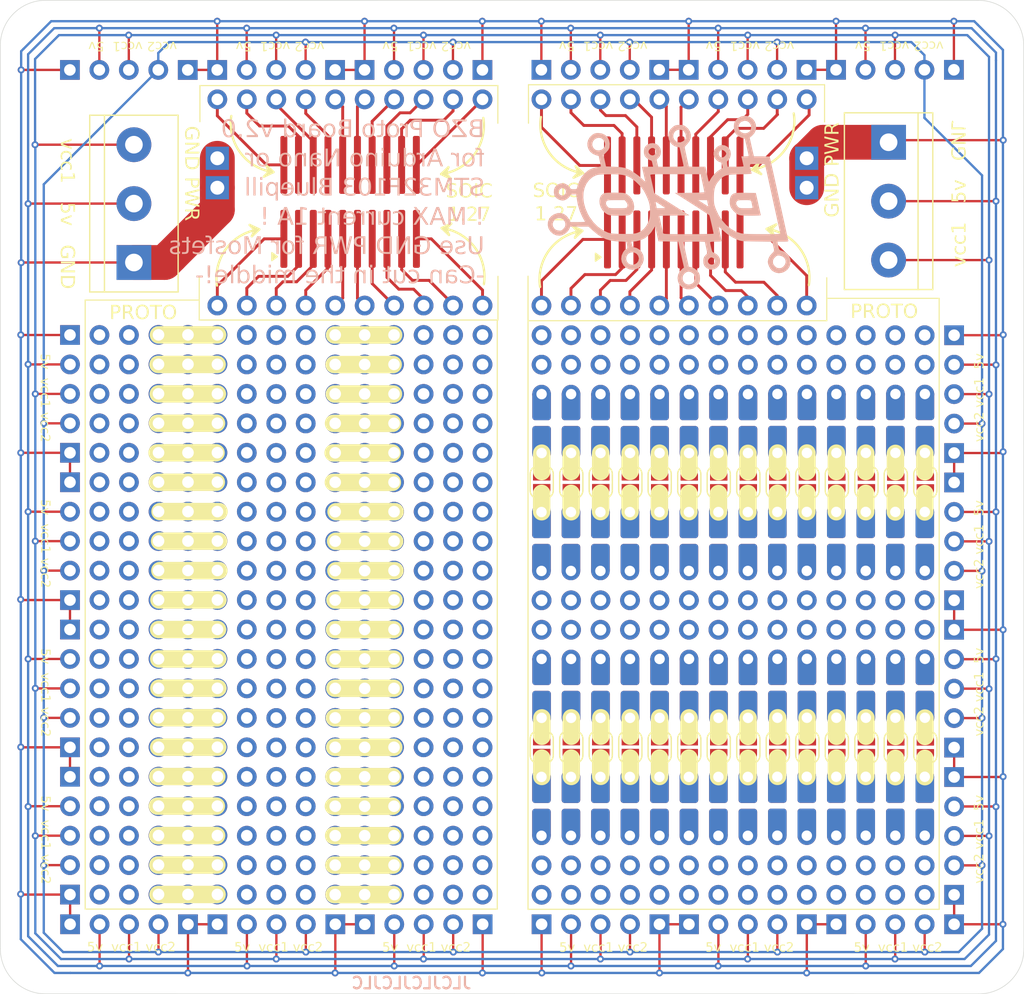
<source format=kicad_pcb>
(kicad_pcb (version 20240108) (generator "pcbnew") (generator_version "8.0")
  (layers (0 "F.Cu" signal) (31 "B.Cu" signal) (34 "B.Paste" user) (35 "F.Paste" user) (36 "B.SilkS" user "B.Silkscreen") (37 "F.SilkS" user "F.Silkscreen") (38 "B.Mask" user) (39 "F.Mask" user) (44 "Edge.Cuts" user))
  (net 0 "")
  (net 1 "VDD")
  (net 2 "GND")
  (net 3 "VDDA")
  (net 4 "+5V")
  (net 5 "Net-(J4-Pin_19)")
  (net 6 "Net-(J4-Pin_6)")
  (net 7 "Net-(J4-Pin_17)")
  (net 8 "Net-(J4-Pin_4)")
  (net 9 "Net-(J4-Pin_13)")
  (net 10 "Net-(J4-Pin_15)")
  (net 11 "Net-(J4-Pin_12)")
  (net 12 "Net-(J4-Pin_5)")
  (net 13 "Net-(J4-Pin_11)")
  (net 14 "Net-(J4-Pin_10)")
  (net 15 "Net-(J4-Pin_9)")
  (net 16 "Net-(J4-Pin_2)")
  (net 17 "Net-(J4-Pin_1)")
  (net 18 "Net-(J4-Pin_18)")
  (net 19 "Net-(J4-Pin_8)")
  (net 20 "Net-(J4-Pin_7)")
  (net 21 "Net-(J4-Pin_3)")
  (net 22 "Net-(J4-Pin_20)")
  (net 23 "Net-(J4-Pin_16)")
  (net 24 "Net-(J4-Pin_14)")
  (net 25 "Net-(J7-Pin_11)")
  (net 26 "Net-(J7-Pin_18)")
  (net 27 "Net-(J7-Pin_16)")
  (net 28 "Net-(J7-Pin_8)")
  (net 29 "Net-(J7-Pin_10)")
  (net 30 "Net-(J7-Pin_1)")
  (net 31 "Net-(J7-Pin_6)")
  (net 32 "Net-(J7-Pin_2)")
  (net 33 "Net-(J7-Pin_15)")
  (net 34 "Net-(J7-Pin_9)")
  (net 35 "Net-(J7-Pin_12)")
  (net 36 "Net-(J7-Pin_3)")
  (net 37 "Net-(J7-Pin_19)")
  (net 38 "Net-(J7-Pin_5)")
  (net 39 "Net-(J7-Pin_7)")
  (net 40 "Net-(J7-Pin_4)")
  (net 41 "Net-(J7-Pin_14)")
  (net 42 "Net-(J7-Pin_17)")
  (net 43 "Net-(J7-Pin_13)")
  (net 44 "Net-(J7-Pin_20)")
  (footprint "Connector_PinHeader_2.54mm:PinHeader_2x14_P2.54mm_Vertical" (layer "F.Cu") (at 146.46 102.06 90)
    (property "Reference" "REF**" (hide yes))
    (property "Value" "PinHeader_2x14_P2.54mm_Vertical" (hide yes))
  )
  (footprint "SamacSys_Parts:R_TEST_L3.6mm_D1.6mm_P5.08mm_Horizontal" (layer "F.Cu") (at 166.79 104.57 -90)
    (property "Reference" "R19" (hide yes))
    (property "Value" "R_test" (hide yes))
  )
  (footprint "SamacSys_Parts:R_TEST_L3.6mm_D1.6mm_P5.08mm_Horizontal" (layer "F.Cu") (at 151.53 114.749998 -90)
    (property "Reference" "R19" (hide yes))
    (property "Value" "R_test" (hide yes))
  )
  (footprint "Jumper:SolderJumper-2_P1.3mm_Open_RoundedPad1.0x1.5mm" (layer "F.Cu") (at 149.02 89.339999 90)
    (property "Reference" "REF**" (hide yes))
    (property "Value" "SolderJumper-2_P1.3mm_Open_RoundedPad1.0x1.5mm" (hide yes))
  )
  (footprint "Connector_PinHeader_2.54mm:PinHeader_1x10_P2.54mm_Vertical" (layer "F.Cu") (at 118.51 74.1 90)
    (property "Reference" "REF**" (hide yes))
    (property "Value" "PinHeader_1x10_P2.54mm_Vertical" (hide yes))
  )
  (footprint "SamacSys_Parts:R_TEST_L3.6mm_D1.6mm_P5.08mm_Horizontal" (layer "F.Cu") (at 159.17 104.58 -90)
    (property "Reference" "R19" (hide yes))
    (property "Value" "R_test" (hide yes))
  )
  (footprint "Jumper:SolderJumper-2_P1.3mm_Open_RoundedPad1.0x1.5mm" (layer "F.Cu") (at 161.73 89.35 90)
    (property "Reference" "REF**" (hide yes))
    (property "Value" "SolderJumper-2_P1.3mm_Open_RoundedPad1.0x1.5mm" (hide yes))
  )
  (footprint "SamacSys_Parts:R_TEST_L3.6mm_D1.6mm_P5.08mm_Horizontal" (layer "F.Cu") (at 159.16 114.75 -90)
    (property "Reference" "R19" (hide yes))
    (property "Value" "R_test" (hide yes))
  )
  (footprint "SamacSys_Parts:R_TEST_L3.6mm_D1.6mm_P5.08mm_Horizontal" (layer "F.Cu") (at 179.5 104.570001 -90)
    (property "Reference" "R19" (hide yes))
    (property "Value" "R_test" (hide yes))
  )
  (footprint "Jumper:SolderJumper-2_P1.3mm_Open_RoundedPad1.0x1.5mm" (layer "F.Cu") (at 174.46 89.349999 90)
    (property "Reference" "REF**" (hide yes))
    (property "Value" "SolderJumper-2_P1.3mm_Open_RoundedPad1.0x1.5mm" (hide yes))
  )
  (footprint "SamacSys_Parts:R_TEST_L3.6mm_D1.6mm_P5.08mm_Horizontal" (layer "F.Cu") (at 171.86 114.739999 -90)
    (property "Reference" "R19" (hide yes))
    (property "Value" "R_test" (hide yes))
  )
  (footprint "SamacSys_Parts:R_TEST_L3.6mm_D1.6mm_P5.08mm_Horizontal" (layer "F.Cu") (at 171.87 104.569999 -90)
    (property "Reference" "R19" (hide yes))
    (property "Value" "R_test" (hide yes))
  )
  (footprint "Jumper:SolderJumper-2_P1.3mm_Open_RoundedPad1.0x1.5mm" (layer "F.Cu") (at 156.64 89.35 90)
    (property "Reference" "REF**" (hide yes))
    (property "Value" "SolderJumper-2_P1.3mm_Open_RoundedPad1.0x1.5mm" (hide yes))
  )
  (footprint "Jumper:SolderJumper-2_P1.3mm_Open_RoundedPad1.0x1.5mm" (layer "F.Cu") (at 169.37 112.189998 90)
    (property "Reference" "REF**" (hide yes))
    (property "Value" "SolderJumper-2_P1.3mm_Open_RoundedPad1.0x1.5mm" (hide yes))
  )
  (footprint "Connector_PinHeader_2.54mm:PinHeader_2x20_P2.54mm_Vertical" (layer "F.Cu") (at 123.59 76.65)
    (property "Reference" "REF**" (hide yes))
    (property "Value" "PinHeader_2x20_P2.54mm_Vertical" (hide yes))
  )
  (footprint "SamacSys_Parts:R_TEST_L3.6mm_D1.6mm_P5.08mm_Horizontal" (layer "F.Cu") (at 166.79 81.730001 -90)
    (property "Reference" "R19" (hide yes))
    (property "Value" "R_test" (hide yes))
  )
  (footprint "SamacSys_Parts:R_TEST_L3.6mm_D1.6mm_P5.08mm_Horizontal" (layer "F.Cu") (at 171.86 91.9 -90)
    (property "Reference" "R19" (hide yes))
    (property "Value" "R_test" (hide yes))
  )
  (footprint "SamacSys_Parts:R_TEST_L3.6mm_D1.6mm_P5.08mm_Horizontal" (layer "F.Cu") (at 164.24 114.749999 -90)
    (property "Reference" "R19" (hide yes))
    (property "Value" "R_test" (hide yes))
  )
  (footprint "SamacSys_Parts:R_TEST_L3.6mm_D1.6mm_P5.08mm_Horizontal" (layer "F.Cu") (at 148.99 114.75 -90)
    (property "Reference" "R19" (hide yes))
    (property "Value" "R_test" (hide yes))
  )
  (footprint "Jumper:SolderJumper-2_P1.3mm_Open_RoundedPad1.0x1.5mm" (layer "F.Cu") (at 164.28 112.189999 90)
    (property "Reference" "REF**" (hide yes))
    (property "Value" "SolderJumper-2_P1.3mm_Open_RoundedPad1.0x1.5mm" (hide yes))
  )
  (footprint "SamacSys_Parts:R_TEST_L3.6mm_D1.6mm_P5.08mm_Horizontal" (layer "F.Cu") (at 179.5 81.730002 -90)
    (property "Reference" "R19" (hide yes))
    (property "Value" "R_test" (hide yes))
  )
  (footprint "Package_SO:SOIC-20W_7.5x12.8mm_P1.27mm" (layer "F.Cu") (at 129.955 65.17 90)
    (property "Reference" "REF**" (hide yes))
    (property "Value" "SOIC-20W_7.5x12.8mm_P1.27mm" (hide yes))
  )
  (footprint "Jumper:SolderJumper-2_P1.3mm_Open_RoundedPad1.0x1.5mm" (layer "F.Cu") (at 159.19 112.189999 90)
    (property "Reference" "REF**" (hide yes))
    (property "Value" "SolderJumper-2_P1.3mm_Open_RoundedPad1.0x1.5mm" (hide yes))
  )
  (footprint "Connector_PinHeader_2.54mm:PinHeader_1x02_P2.54mm_Vertical" (layer "F.Cu") (at 169.31 61.4)
    (property "Reference" "REF**" (hide yes))
    (property "Value" "PinHeader_1x02_P2.54mm_Vertical" (hide yes))
  )
  (footprint "SamacSys_Parts:R_TEST_L3.6mm_D1.6mm_P5.08mm_Horizontal" (layer "F.Cu") (at 174.41 104.57 -90)
    (property "Reference" "R19" (hide yes))
    (property "Value" "R_test" (hide yes))
  )
  (footprint "SamacSys_Parts:R_TEST_L3.6mm_D1.6mm_P5.08mm_Horizontal" (layer "F.Cu") (at 156.63 81.74 -90)
    (property "Reference" "R19" (hide yes))
    (property "Value" "R_test" (hide yes))
  )
  (footprint "SamacSys_Parts:R_TEST_L3.6mm_D1.6mm_P5.08mm_Horizontal" (layer "F.Cu") (at 169.33 104.570001 -90)
    (property "Reference" "R19" (hide yes))
    (property "Value" "R_test" (hide yes))
  )
  (footprint "Connector_PinHeader_2.54mm:PinHeader_1x10_P2.54mm_Vertical" (layer "F.Cu") (at 118.51 56.32 90)
    (property "Reference" "REF**" (hide yes))
    (property "Value" "PinHeader_1x10_P2.54mm_Vertical" (hide yes))
  )
  (footprint "SamacSys_Parts:R_TEST_L3.6mm_D1.6mm_P5.08mm_Horizontal" (layer "F.Cu") (at 151.54 104.579998 -90)
    (property "Reference" "R19" (hide yes))
    (property "Value" "R_test" (hide yes))
  )
  (footprint "Jumper:SolderJumper-2_P1.3mm_Open_RoundedPad1.0x1.5mm" (layer "F.Cu") (at 156.64 112.189999 90)
    (property "Reference" "REF**" (hide yes))
    (property "Value" "SolderJumper-2_P1.3mm_Open_RoundedPad1.0x1.5mm" (hide yes))
  )
  (footprint "SamacSys_Parts:R_TEST_L3.6mm_D1.6mm_P5.08mm_Horizontal" (layer "F.Cu") (at 148.99 91.910001 -90)
    (property "Reference" "R19" (hide yes))
    (property "Value" "R_test" (hide yes))
  )
  (footprint "SamacSys_Parts:R_TEST_L3.6mm_D1.6mm_P5.08mm_Horizontal" (layer "F.Cu") (at 149 104.58 -90)
    (property "Reference" "R19" (hide yes))
    (property "Value" "R_test" (hide yes))
  )
  (footprint "SamacSys_Parts:R_TEST_L3.6mm_D1.6mm_P5.08mm_Horizontal" (layer "F.Cu") (at 161.7 114.749998 -90)
    (property "Reference" "R19" (hide yes))
    (property "Value" "R_test" (hide yes))
  )
  (footprint "TerminalBlock:TerminalBlock_bornier-3_P5.08mm" (layer "F.Cu") (at 111.32 60.23 -90)
    (property "Reference" "J2" (hide yes))
    (property "Value" "Screw_Terminal_01x03" (hide yes))
  )
  (footprint "Connector_PinHeader_2.54mm:PinHeader_1x20_P2.54mm_Vertical" (layer "F.Cu") (at 121.05 76.64)
    (property "Reference" "REF**" (hide yes))
    (property "Value" "PinHeader_1x20_P2.54mm_Vertical" (hide yes))
  )
  (footprint "Jumper:SolderJumper-2_P1.3mm_Open_RoundedPad1.0x1.5mm" (layer "F.Cu") (at 146.47 112.179998 90)
    (property "Reference" "REF**" (hide yes))
    (property "Value" "SolderJumper-2_P1.3mm_Open_RoundedPad1.0x1.5mm" (hide yes))
  )
  (footprint "Jumper:SolderJumper-2_P1.3mm_Open_RoundedPad1.0x1.5mm" (layer "F.Cu") (at 171.91 112.189998 90)
    (property "Reference" "REF**" (hide yes))
    (property "Value" "SolderJumper-2_P1.3mm_Open_RoundedPad1.0x1.5mm" (hide yes))
  )
  (footprint "SamacSys_Parts:R_TEST_L3.6mm_D1.6mm_P5.08mm_Horizontal" (layer "F.Cu") (at 174.4 114.74 -90)
    (property "Reference" "R19" (hide yes))
    (property "Value" "R_test" (hide yes))
  )
  (footprint "Jumper:SolderJumper-2_P1.3mm_Open_RoundedPad1.0x1.5mm" (layer "F.Cu") (at 166.82 89.349999 90)
    (property "Reference" "REF**" (hide yes))
    (property "Value" "SolderJumper-2_P1.3mm_Open_RoundedPad1.0x1.5mm" (hide yes))
  )
  (footprint "Connector_PinHeader_2.54mm:PinHeader_1x01_P2.54mm_Vertical" (layer "F.Cu") (at 183.1 57.28)
    (property "Reference" "REF**" (hide yes))
    (property "Value" "PinHeader_1x01_P2.54mm_Vertical" (hide yes))
  )
  (footprint "SamacSys_Parts:R_TEST_L3.6mm_D1.6mm_P5.08mm_Horizontal" (layer "F.Cu") (at 179.49 91.900002 -90)
    (property "Reference" "R19" (hide yes))
    (property "Value" "R_test" (hide yes))
  )
  (footprint "Connector_PinHeader_2.54mm:PinHeader_2x20_P2.54mm_Vertical" (layer "F.Cu") (at 136.29 76.64)
    (property "Reference" "REF**" (hide yes))
    (property "Value" "PinHeader_2x20_P2.54mm_Vertical" (hide yes))
  )
  (footprint "SamacSys_Parts:R_TEST_L3.6mm_D1.6mm_P5.08mm_Horizontal" (layer "F.Cu") (at 156.62 91.91 -90)
    (property "Reference" "R19" (hide yes))
    (property "Value" "R_test" (hide yes))
  )
  (footprint "Jumper:SolderJumper-2_P1.3mm_Open_RoundedPad1.0x1.5mm" (layer "F.Cu") (at 171.91 89.349999 90)
    (property "Reference" "REF**" (hide yes))
    (property "Value" "SolderJumper-2_P1.3mm_Open_RoundedPad1.0x1.5mm" (hide yes))
  )
  (footprint "SamacSys_Parts:R_TEST_L3.6mm_D1.6mm_P5.08mm_Horizontal" (layer "F.Cu") (at 166.78 91.900001 -90)
    (property "Reference" "R19" (hide yes))
    (property "Value" "R_test" (hide yes))
  )
  (footprint "SamacSys_Parts:R_TEST_L3.6mm_D1.6mm_P5.08mm_Horizontal" (layer "F.Cu") (at 176.95 114.74 -90)
    (property "Reference" "R19" (hide yes))
    (property "Value" "R_test" (hide yes))
  )
  (footprint "Connector_PinHeader_2.54mm:PinHeader_1x15_P2.54mm_Vertical" (layer "F.Cu") (at 146.46 127.46 90)
    (property "Reference" "J3" (hide yes))
    (property "Value" "Conn_01x15_Pin" (hide yes))
  )
  (footprint "Connector_PinHeader_2.54mm:PinHeader_2x20_P2.54mm_Vertical" (layer "F.Cu") (at 108.35 76.64)
    (property "Reference" "REF**" (hide yes))
    (property "Value" "PinHeader_2x20_P2.54mm_Vertical" (hide yes))
  )
  (footprint "SamacSys_Parts:R_TEST_L3.6mm_D1.6mm_P5.08mm_Horizontal" (layer "F.Cu") (at 166.78 114.74 -90)
    (property "Reference" "R19" (hide yes))
    (property "Value" "R_test" (hide yes))
  )
  (footprint "SamacSys_Parts:R_TEST_L3.6mm_D1.6mm_P5.08mm_Horizontal" (layer "F.Cu") (at 146.45 91.91 -90)
    (property "Reference" "R19" (hide yes))
    (property "Value" "R_test" (hide yes))
  )
  (footprint "SamacSys_Parts:R_TEST_L3.6mm_D1.6mm_P5.08mm_Horizontal" (layer "F.Cu") (at 164.25 81.74 -90)
    (property "Reference" "R19" (hide yes))
    (property "Value" "R_test" (hide yes))
  )
  (footprint "SamacSys_Parts:R_TEST_L3.6mm_D1.6mm_P5.08mm_Horizontal" (layer "F.Cu") (at 179.49 114.740001 -90)
    (property "Reference" "R19" (hide yes))
    (property "Value" "R_test" (hide yes))
  )
  (footprint "SamacSys_Parts:R_TEST_L3.6mm_D1.6mm_P5.08mm_Horizontal" (layer "F.Cu") (at 176.95 91.900001 -90)
    (property "Reference" "R19" (hide yes))
    (property "Value" "R_test" (hide yes))
  )
  (footprint "SamacSys_Parts:R_TEST_L3.6mm_D1.6mm_P5.08mm_Horizontal" (layer "F.Cu") (at 164.24 91.91 -90)
    (property "Reference" "R19" (hide yes))
    (property "Value" "R_test" (hide yes))
  )
  (footprint "SamacSys_Parts:R_TEST_L3.6mm_D1.6mm_P5.08mm_Horizontal" (layer "F.Cu") (at 176.96 104.57 -90)
    (property "Reference" "R19" (hide yes))
    (property "Value" "R_test" (hide yes))
  )
  (footprint "Connector_PinHeader_2.54mm:PinHeader_1x02_P2.54mm_Vertical" (layer "F.Cu") (at 118.51 61.4)
    (property "Reference" "REF**" (hide yes))
    (property "Value" "PinHeader_1x02_P2.54mm_Vertical" (hide yes))
  )
  (footprint "Connector_PinHeader_2.54mm:PinHeader_1x10_P2.54mm_Vertical" (layer "F.Cu") (at 146.45 74.1 90)
    (property "Reference" "REF**" (hide yes))
    (property "Value" "PinHeader_1x10_P2.54mm_Vertical" (hide yes))
  )
  (footprint "Jumper:SolderJumper-2_P1.3mm_Open_RoundedPad1.0x1.5mm" (layer "F.Cu") (at 151.56 112.179998 90)
    (property "Reference" "REF**" (hide yes))
    (property "Value" "SolderJumper-2_P1.3mm_Open_RoundedPad1.0x1.5mm" (hide yes))
  )
  (footprint "Jumper:SolderJumper-2_P1.3mm_Open_RoundedPad1.0x1.5mm" (layer "F.Cu") (at 176.99 112.199999 90)
    (property "Reference" "REF**" (hide yes))
    (property "Value" "SolderJumper-2_P1.3mm_Open_RoundedPad1.0x1.5mm" (hide yes))
  )
  (footprint "Connector_PinHeader_2.54mm:PinHeader_1x20_P2.54mm_Vertical" (layer "F.Cu") (at 131.21 76.64)
    (property "Reference" "J8" (hide yes))
    (property "Value" "Conn_01x20_Pin" (hide yes))
  )
  (footprint "Jumper:SolderJumper-2_P1.3mm_Open_RoundedPad1.0x1.5mm" (layer "F.Cu") (at 149.02 112.179998 90)
    (property "Reference" "REF**" (hide yes))
    (property "Value" "SolderJumper-2_P1.3mm_Open_RoundedPad1.0x1.5mm" (hide yes))
  )
  (footprint "SamacSys_Parts:R_TEST_L3.6mm_D1.6mm_P5.08mm_Horizontal" (layer "F.Cu") (at 169.33 81.730002 -90)
    (property "Reference" "R19" (hide yes))
    (property "Value" "R_test" (hide yes))
  )
  (footprint "Connector_PinHeader_2.54mm:PinHeader_1x20_P2.54mm_Vertical" (layer "F.Cu") (at 113.44 76.63)
    (property "Reference" "J5" (hide yes))
    (property "Value" "Conn_01x20_Pin" (hide yes))
  )
  (footprint "SamacSys_Parts:R_TEST_L3.6mm_D1.6mm_P5.08mm_Horizontal" (layer "F.Cu") (at 176.96 81.730001 -90)
    (property "Reference" "R19" (hide yes))
    (property "Value" "R_test" (hide yes))
  )
  (footprint "SamacSys_Parts:R_TEST_L3.6mm_D1.6mm_P5.08mm_Horizontal" (layer "F.Cu") (at 146.46 81.74 -90)
    (property "Reference" "R19" (hide yes))
    (property "Value" "R_test" (hide yes))
  )
  (footprint "Connector_PinHeader_2.54mm:PinHeader_1x01_P2.54mm_Vertical" (layer "F.Cu") (at 104.72 57.48)
    (property "Reference" "REF**" (hide yes))
    (property "Value" "PinHeader_1x01_P2.54mm_Vertical" (hide yes))
  )
  (footprint "SamacSys_Parts:R_TEST_L3.6mm_D1.6mm_P5.08mm_Horizontal" (layer "F.Cu") (at 151.53 91.909999 -90)
    (property "Reference" "R19" (hide yes))
    (property "Value" "R_test" (hide yes))
  )
  (footprint "Connector_PinHeader_2.54mm:PinHeader_1x20_P2.54mm_Vertical" (layer "F.Cu") (at 128.67 76.64)
    (property "Reference" "J7" (hide yes))
    (property "Value" "Conn_01x20_Pin" (hide yes))
  )
  (footprint "Connector_PinHeader_2.54mm:PinHeader_2x14_P2.54mm_Vertical" (layer "F.Cu") (at 146.46 79.2 90)
    (property "Reference" "REF**" (hide yes))
    (property "Value" "PinHeader_2x14_P2.54mm_Vertical" (hide yes))
  )
  (footprint "SamacSys_Parts:R_TEST_L3.6mm_D1.6mm_P5.08mm_Horizontal" (layer "F.Cu") (at 171.87 81.73 -90)
    (property "Reference" "R19" (hide yes))
    (property "Value" "R_test" (hide yes))
  )
  (footprint "SamacSys_Parts:R_TEST_L3.6mm_D1.6mm_P5.08mm_Horizontal" (layer "F.Cu") (at 149 81.740001 -90)
    (property "Reference" "R19" (hide yes))
    (property "Value" "R_test" (hide yes))
  )
  (footprint "SamacSys_Parts:R_TEST_L3.6mm_D1.6mm_P5.08mm_Horizontal" (layer "F.Cu") (at 154.08 104.579999 -90)
    (property "Reference" "R19" (hide yes))
    (property "Value" "R_test" (hide yes))
  )
  (footprint "Connector_PinHeader_2.54mm:PinHeader_1x20_P2.54mm_Vertical" (layer "F.Cu") (at 118.52 76.63)
    (property "Reference" "J6" (hide yes))
    (property "Value" "Conn_01x20_Pin" (hide yes))
  )
  (footprint "SamacSys_Parts:R_TEST_L3.6mm_D1.6mm_P5.08mm_Horizontal" (layer "F.Cu") (at 154.07 91.91 -90)
    (property "Reference" "R19" (hide yes))
    (property "Value" "R_test" (hide yes))
  )
  (footprint "SamacSys_Parts:R_TEST_L3.6mm_D1.6mm_P5.08mm_Horizontal" (layer "F.Cu") (at 146.45 114.749999 -90)
    (property "Reference" "R19" (hide yes))
    (property "Value" "R_test" (hide yes))
  )
  (footprint "Jumper:SolderJumper-2_P1.3mm_Open_RoundedPad1.0x1.5mm" (layer "F.Cu") (at 151.56 89.339999 90)
    (property "Reference" "REF**" (hide yes))
    (property "Value" "SolderJumper-2_P1.3mm_Open_RoundedPad1.0x1.5mm" (hide yes))
  )
  (footprint "SamacSys_Parts:R_TEST_L3.6mm_D1.6mm_P5.08mm_Horizontal" (layer "F.Cu") (at 156.62 114.749999 -90)
    (property "Reference" "R19" (hide yes))
    (property "Value" "R_test" (hide yes))
  )
  (footprint "SamacSys_Parts:R_TEST_L3.6mm_D1.6mm_P5.08mm_Horizontal" (layer "F.Cu") (at 169.32 91.900002 -90)
    (property "Reference" "R19" (hide yes))
    (property "Value" "R_test" (hide yes))
  )
  (footprint "Jumper:SolderJumper-2_P1.3mm_Open_RoundedPad1.0x1.5mm" (layer "F.Cu") (at 154.11 89.339999 90)
    (property "Reference" "REF**" (hide yes))
    (property "Value" "SolderJumper-2_P1.3mm_Open_RoundedPad1.0x1.5mm" (hide yes))
  )
  (footprint "SamacSys_Parts:R_TEST_L3.6mm_D1.6mm_P5.08mm_Horizontal" (layer "F.Cu") (at 154.08 81.74 -90)
    (property "Reference" "R19" (hide yes))
    (property "Value" "R_test" (hide yes))
  )
  (footprint "SamacSys_Parts:R_TEST_L3.6mm_D1.6mm_P5.08mm_Horizontal" (layer "F.Cu") (at 159.16 91.910001 -90)
    (property "Reference" "R19" (hide yes))
    (property "Value" "R_test" (hide yes))
  )
  (footprint "Connector_PinHeader_2.54mm:PinHeader_1x01_P2.54mm_Vertical" (layer "F.Cu") (at 143.94 110.91)
    (property "Reference" "REF**" (hide yes))
    (property "Value" "PinHeader_1x01_P2.54mm_Vertical" (hide yes))
  )
  (footprint "SamacSys_Parts:R_TEST_L3.6mm_D1.6mm_P5.08mm_Horizontal" (layer "F.Cu") (at 161.7 91.909999 -90)
    (property "Reference" "R19" (hide yes))
    (property "Value" "R_test" (hide yes))
  )
  (footprint "Connector_PinHeader_2.54mm:PinHeader_1x15_P2.54mm_Vertical" (layer "F.Cu") (at 105.82 127.46 90)
    (property "Reference" "J3" (hide yes))
    (property "Value" "Conn_01x15_Pin" (hide yes))
  )
  (footprint "SamacSys_Parts:R_TEST_L3.6mm_D1.6mm_P5.08mm_Horizontal" (layer "F.Cu") (at 174.41 81.730001 -90)
    (property "Reference" "R19" (hide yes))
    (property "Value" "R_test" (hide yes))
  )
  (footprint "Connector_PinHeader_2.54mm:PinHeader_1x20_P2.54mm_Vertical" (layer "F.Cu") (at 105.81 76.64)
    (property "Reference" "J1" (hide yes))
    (property "Value" "Conn_01x20_Pin" (hide yes))
  )
  (footprint "Connector_PinHeader_2.54mm:PinHeader_1x20_P2.54mm_Vertical" (layer "F.Cu") (at 133.74 76.64)
    (property "Reference" "J9" (hide yes))
    (property "Value" "Conn_01x20_Pin" (hide yes))
  )
  (footprint "SamacSys_Parts:R_TEST_L3.6mm_D1.6mm_P5.08mm_Horizontal" (layer "F.Cu") (at 161.71 104.579998 -90)
    (property "Reference" "R19" (hide yes))
    (property "Value" "R_test" (hide yes))
  )
  (footprint "Connector_PinHeader_2.54mm:PinHeader_1x20_P2.54mm_Vertical" (layer "F.Cu") (at 141.37 76.64)
    (property "Reference" "REF**" (hide yes))
    (property "Value" "PinHeader_1x20_P2.54mm_Vertical" (hide yes))
  )
  (footprint "SamacSys_Parts:R_TEST_L3.6mm_D1.6mm_P5.08mm_Horizontal" (layer "F.Cu") (at 169.32 114.740001 -90)
    (property "Reference" "R19" (hide yes))
    (property "Value" "R_test" (hide yes))
  )
  (footprint "SamacSys_Parts:R_TEST_L3.6mm_D1.6mm_P5.08mm_Horizontal" (layer "F.Cu") (at 156.63 104.579999 -90)
    (property "Reference" "R19" (hide yes))
    (property "Value" "R_test" (hide yes))
  )
  (footprint "Jumper:SolderJumper-2_P1.3mm_Open_RoundedPad1.0x1.5mm" (layer "F.Cu") (at 166.82 112.189998 90)
    (property "Reference" "REF**" (hide yes))
    (property "Value" "SolderJumper-2_P1.3mm_Open_RoundedPad1.0x1.5mm" (hide yes))
  )
  (footprint "Connector_PinHeader_2.54mm:PinHeader_1x10_P2.54mm_Vertical" (layer "F.Cu") (at 146.45 56.32 90)
    (property "Reference" "REF**" (hide yes))
    (property "Value" "PinHeader_1x10_P2.54mm_Vertical" (hide yes))
  )
  (footprint "SamacSys_Parts:R_TEST_L3.6mm_D1.6mm_P5.08mm_Horizontal" (layer "F.Cu") (at 146.46 104.579999 -90)
    (property "Reference" "R19" (hide yes))
    (property "Value" "R_test" (hide yes))
  )
  (footprint "Jumper:SolderJumper-2_P1.3mm_Open_RoundedPad1.0x1.5mm" (layer "F.Cu") (at 164.28 89.35 90)
    (property "Reference" "REF**" (hide yes))
    (property "Value" "SolderJumper-2_P1.3mm_Open_RoundedPad1.0x1.5mm" (hide yes))
  )
  (footprint "TerminalBlock:TerminalBlock_bornier-3_P5.08mm" (layer "F.Cu") (at 176.37 70.18 90)
    (property "Reference" "J2" (hide yes))
    (property "Value" "Screw_Terminal_01x03" (hide yes))
  )
  (footprint "SamacSys_Parts:R_TEST_L3.6mm_D1.6mm_P5.08mm_Horizontal" (layer "F.Cu") (at 174.4 91.900001 -90)
    (property "Reference" "R19" (hide yes))
    (property "Value" "R_test" (hide yes))
  )
  (footprint "Jumper:SolderJumper-2_P1.3mm_Open_RoundedPad1.0x1.5mm" (layer "F.Cu") (at 179.54 112.199999 90)
    (property "Reference" "REF**" (hide yes))
    (property "Value" "SolderJumper-2_P1.3mm_Open_RoundedPad1.0x1.5mm" (hide yes))
  )
  (footprint "Connector_PinHeader_2.54mm:PinHeader_1x20_P2.54mm_Vertical" (layer "F.Cu") (at 182.02 76.66)
    (property "Reference" "J1" (hide yes))
    (property "Value" "Conn_01x20_Pin" (hide yes))
  )
  (footprint "Jumper:SolderJumper-2_P1.3mm_Open_RoundedPad1.0x1.5mm" (layer "F.Cu") (at 159.19 89.35 90)
    (property "Reference" "REF**" (hide yes))
    (property "Value" "SolderJumper-2_P1.3mm_Open_RoundedPad1.0x1.5mm" (hide yes))
  )
  (footprint "Connector_PinHeader_2.54mm:PinHeader_1x20_P2.54mm_Vertical" (layer "F.Cu") (at 115.98 76.63)
    (property "Reference" "J4" (hide yes))
    (property "Value" "Conn_01x20_Pin" (hide yes))
  )
  (footprint "SamacSys_Parts:R_TEST_L3.6mm_D1.6mm_P5.08mm_Horizontal" (layer "F.Cu") (at 154.07 114.749999 -90)
    (property "Reference" "R19" (hide yes))
    (property "Value" "R_test" (hide yes))
  )
  (footprint "SamacSys_Parts:R_TEST_L3.6mm_D1.6mm_P5.08mm_Horizontal" (layer "F.Cu") (at 151.54 81.739999 -90)
    (property "Reference" "R19" (hide yes))
    (property "Value" "R_test" (hide yes))
  )
  (footprint "Jumper:SolderJumper-2_P1.3mm_Open_RoundedPad1.0x1.5mm" (layer "F.Cu") (at 169.37 89.349999 90)
    (property "Reference" "REF**" (hide yes))
    (property "Value" "SolderJumper-2_P1.3mm_Open_RoundedPad1.0x1.5mm" (hide yes))
  )
  (footprint "Jumper:SolderJumper-2_P1.3mm_Open_RoundedPad1.0x1.5mm" (layer "F.Cu") (at 179.54 89.36 90)
    (property "Reference" "REF**" (hide yes))
    (property "Value" "SolderJumper-2_P1.3mm_Open_RoundedPad1.0x1.5mm" (hide yes))
  )
  (footprint "SamacSys_Parts:R_TEST_L3.6mm_D1.6mm_P5.08mm_Horizontal" (layer "F.Cu") (at 159.17 81.740001 -90)
    (property "Reference" "R19" (hide yes))
    (property "Value" "R_test" (hide yes))
  )
  (footprint "Connector_PinHeader_2.54mm:PinHeader_2x14_P2.54mm_Vertical" (layer "F.Cu") (at 146.46 124.92 90)
    (property "Reference" "REF**" (hide yes))
    (property "Value" "PinHeader_2x14_P2.54mm_Vertical" (hide yes))
  )
  (footprint "Package_SO:SOIC-20W_7.5x12.8mm_P1.27mm" (layer "F.Cu") (at 157.85 65.22 90)
    (property "Reference" "REF**" (hide yes))
    (property "Value" "SOIC-20W_7.5x12.8mm_P1.27mm" (hide yes))
  )
  (footprint "SamacSys_Parts:R_TEST_L3.6mm_D1.6mm_P5.08mm_Horizontal" (layer "F.Cu") (at 161.71 81.739999 -90)
    (property "Reference" "R19" (hide yes))
    (property "Value" "R_test" (hide yes))
  )
  (footprint "Jumper:SolderJumper-2_P1.3mm_Open_RoundedPad1.0x1.5mm" (layer "F.Cu") (at 154.11 112.179998 90)
    (property "Reference" "REF**" (hide yes))
    (property "Value" "SolderJumper-2_P1.3mm_Open_RoundedPad1.0x1.5mm" (hide yes))
  )
  (footprint "Jumper:SolderJumper-2_P1.3mm_Open_RoundedPad1.0x1.5mm" (layer "F.Cu") (at 176.99 89.36 90)
    (property "Reference" "REF**" (hide yes))
    (property "Value" "SolderJumper-2_P1.3mm_Open_RoundedPad1.0x1.5mm" (hide yes))
  )
  (footprint "Jumper:SolderJumper-2_P1.3mm_Open_RoundedPad1.0x1.5mm" (layer "F.Cu") (at 146.47 89.339999 90)
    (property "Reference" "REF**" (hide yes))
    (property "Value" "SolderJumper-2_P1.3mm_Open_RoundedPad1.0x1.5mm" (hide yes))
  )
  (footprint "SamacSys_Parts:R_TEST_L3.6mm_D1.6mm_P5.08mm_Horizontal" (layer "F.Cu") (at 164.25 104.579999 -90)
    (property "Reference" "R19" (hide yes))
    (property "Value" "R_test" (hide yes))
  )
  (footprint "Connector_PinHeader_2.54mm:PinHeader_1x15_P2.54mm_Vertical" (layer "F.Cu") (at 146.44 53.77 90)
    (property "Reference" "J3" (hide yes))
    (property "Value" "Conn_01x15_Pin" (hide yes))
  )
  (footprint "Jumper:SolderJumper-2_P1.3mm_Open_RoundedPad1.0x1.5mm" (layer "F.Cu") (at 161.73 112.189999 90)
    (property "Reference" "REF**" (hide yes))
    (property "Value" "SolderJumper-2_P1.3mm_Open_RoundedPad1.0x1.5mm" (hide yes))
  )
  (footprint "Connector_PinHeader_2.54mm:PinHeader_1x15_P2.54mm_Vertical" (layer "F.Cu") (at 105.800001 53.78 90)
    (property "Reference" "J10" (hide yes))
    (property "Value" "Conn_01x15_Pin" (hide yes))
  )
  (footprint "Jumper:SolderJumper-2_P1.3mm_Open_RoundedPad1.0x1.5mm" (layer "F.Cu") (at 174.46 112.189998 90)
    (property "Reference" "REF**" (hide yes))
    (property "Value" "SolderJumper-2_P1.3mm_Open_RoundedPad1.0x1.5mm" (hide yes))
  )
  (footprint "Connector_PinHeader_2.54mm:PinHeader_1x01_P2.54mm_Vertical" (layer "F.Cu") (at 144 70.44)
    (property "Reference" "REF**" (hide yes))
    (property "Value" "PinHeader_1x01_P2.54mm_Vertical" (hide yes))
  )
  (footprint "LOGO_BZO:LOGO BZO2" (layer "B.Cu") (at 157.455 65.21 180)
    (property "Reference" "G***" (hide yes))
    (property "Value" "LOGO" (hide yes))
  )
  (gr_line (start 151.555 88.405) (end 151.555 86.82) (stroke (width 1.5)) (layer "F.SilkS"))
  (gr_line (start 154.09 88.4025) (end 154.09 86.8175) (stroke (width 1.5)) (layer "F.SilkS"))
  (gr_arc (start 137.85 67.420001) (mid 140.688133 69.07309) (end 141.484417 72.259567) (stroke (width 0.2)) (layer "F.SilkS"))
  (gr_line (start 149.218132 63.07309) (end 149.648132 62.62309) (stroke (width 0.2)) (layer "F.SilkS"))
  (gr_line (start 113.38 122.35) (end 118.47 122.35) (stroke (width 1.5)) (layer "F.SilkS"))
  (gr_line (start 166.8 88.405) (end 166.8 86.82) (stroke (width 1.5)) (layer "F.SilkS"))
  (gr_line (start 113.4 124.89) (end 118.49 124.89) (stroke (width 1.5)) (layer "F.SilkS"))
  (gr_line (start 171.87 114.715) (end 171.87 113.13) (stroke (width 1.5)) (layer "F.SilkS"))
  (gr_line (start 156.615 91.885) (end 156.615 90.3) (stroke (width 1.5)) (layer "F.SilkS"))
  (gr_line (start 113.34 117.27) (end 118.43 117.27) (stroke (width 1.5)) (layer "F.SilkS"))
  (gr_line (start 151.545 91.875) (end 151.545 90.29) (stroke (width 1.5)) (layer "F.SilkS"))
  (gr_line (start 176.96 88.4325) (end 176.96 86.8475) (stroke (width 1.5)) (layer "F.SilkS"))
  (gr_line (start 165.861867 67.496911) (end 166.681867 67.10691) (stroke (width 0.2)) (layer "F.SilkS"))
  (gr_line (start 113.565 91.87) (end 118.655 91.87) (stroke (width 1.5)) (layer "F.SilkS"))
  (gr_line (start 149.628133 67.60691) (end 149.638133 67.80691) (stroke (width 0.1)) (layer "F.SilkS"))
  (gr_line (start 128.615 76.64) (end 133.705 76.64) (stroke (width 1.5)) (layer "F.SilkS"))
  (gr_line (start 149.648132 62.62309) (end 149.408136 62.093088) (stroke (width 0.2)) (layer "F.SilkS"))
  (gr_line (start 121.488133 68.12691) (end 122.118134 67.536911) (stroke (width 0.2)) (layer "F.SilkS"))
  (gr_line (start 171.87 88.415) (end 171.87 86.83) (stroke (width 1.5)) (layer "F.SilkS"))
  (gr_line (start 145.33 58.38) (end 145.33 55.06) (stroke (width 0.1)) (layer "F.SilkS"))
  (gr_line (start 128.49 86.81) (end 133.58 86.81) (stroke (width 1.5)) (layer "F.SilkS"))
  (gr_line (start 122.718132 62.00309) (end 123.348133 62.593089) (stroke (width 0.2)) (layer "F.SilkS"))
  (gr_line (start 113.35 84.25) (end 118.44 84.25) (stroke (width 1.5)) (layer "F.SilkS"))
  (gr_line (start 116.925 73.63) (end 107.12 73.63) (stroke (width 0.1)) (layer "F.SilkS"))
  (gr_line (start 164.245 91.9025) (end 164.245 90.3175) (stroke (width 1.5)) (layer "F.SilkS"))
  (gr_line (start 128.58 79.19) (end 133.67 79.19) (stroke (width 1.5)) (layer "F.SilkS"))
  (gr_line (start 166.311867 67.38691) (end 166.201867 67.44691) (stroke (width 0.1)) (layer "F.SilkS"))
  (gr_line (start 169.345 111.2325) (end 169.345 109.6475) (stroke (width 1.5)) (layer "F.SilkS"))
  (gr_line (start 149.005 91.885) (end 149.005 90.3) (stroke (width 1.5)) (layer "F.SilkS"))
  (gr_line (start 128.575 124.9) (end 133.665 124.9) (stroke (width 1.5)) (layer "F.SilkS"))
  (gr_line (start 156.625 114.715) (end 156.625 113.13) (stroke (width 1.5)) (layer "F.SilkS"))
  (gr_line (start 138.141868 62.81309) (end 138.131868 62.61309) (stroke (width 0.1)) (layer "F.SilkS"))
  (gr_line (start 166.79 91.875) (end 166.79 90.29) (stroke (width 1.5)) (layer "F.SilkS"))
  (gr_line (start 169.335 88.4025) (end 169.335 86.8175) (stroke (width 1.5)) (layer "F.SilkS"))
  (gr_line (start 159.16 88.4125) (end 159.16 86.8275) (stroke (width 1.5)) (layer "F.SilkS"))
  (gr_arc (start 168.196284 57.533523) (mid 167.4 60.72) (end 164.561866 62.373089) (stroke (width 0.2)) (layer "F.SilkS"))
  (gr_line (start 128.65 99.5) (end 133.74 99.5) (stroke (width 1.5)) (layer "F.SilkS"))
  (gr_line (start 161.705 91.9025) (end 161.705 90.3175) (stroke (width 1.5)) (layer "F.SilkS"))
  (gr_line (start 145.29 75.41) (end 145.29 126.17) (stroke (width 0.1)) (layer "F.SilkS"))
  (gr_line (start 113.44 102.04) (end 118.53 102.04) (stroke (width 1.5)) (layer "F.SilkS"))
  (gr_line (start 113.425 81.72) (end 118.515 81.72) (stroke (width 1.5)) (layer "F.SilkS"))
  (gr_line (start 180.73 73.48) (end 171.04 73.48) (stroke (width 0.1)) (layer "F.SilkS"))
  (gr_line (start 142.69 55.13) (end 142.69 58.38) (stroke (width 0.1)) (layer "F.SilkS"))
  (gr_line (start 128.6 81.73) (end 133.69 81.73) (stroke (width 1.5)) (layer "F.SilkS"))
  (gr_line (start 166.81 111.235) (end 166.81 109.65) (stroke (width 1.5)) (layer "F.SilkS"))
  (gr_line (start 146.475 114.715) (end 146.475 113.13) (stroke (width 1.5)) (layer "F.SilkS"))
  (gr_line (start 179.5 114.7325) (end 179.5 113.1475) (stroke (width 1.5)) (layer "F.SilkS"))
  (gr_line (start 122.898132 62.70309) (end 123.008132 62.64309) (stroke (width 0.1)) (layer "F.SilkS"))
  (gr_line (start 166.8 114.705) (end 166.8 113.12) (stroke (width 1.5)) (layer "F.SilkS"))
  (gr_line (start 149.518133 67.54691) (end 149.628133 67.60691) (stroke (width 0.1)) (layer "F.SilkS"))
  (gr_line (start 128.55 114.73) (end 133.64 114.73) (stroke (width 1.5)) (layer "F.SilkS"))
  (gr_line (start 128.615 102.05) (end 133.705 102.05) (stroke (width 1.5)) (layer "F.SilkS"))
  (gr_line (start 165.381867 62.76309) (end 164.951867 62.31309) (stroke (width 0.2)) (layer "F.SilkS"))
  (gr_arc (start 165.861867 67.496911) (mid 168.7 69.15) (end 169.496284 72.336477) (stroke (width 0.2)) (layer "F.SilkS"))
  (gr_line (start 154.085 91.875) (end 154.085 90.29) (stroke (width 1.5)) (layer "F.SilkS"))
  (gr_line (start 121.728133 67.59691) (end 121.488137 68.126912) (stroke (width 0.2)) (layer "F.SilkS"))
  (gr_line (start 165.191867 61.78309) (end 164.561866 62.373089) (stroke (width 0.2)) (layer "F.SilkS"))
  (gr_line (start 164.561866 62.373089) (end 165.381867 62.76309) (stroke (width 0.2)) (layer "F.SilkS"))
  (gr_line (start 171.86 91.885) (end 171.86 90.3) (stroke (width 1.5)) (layer "F.SilkS"))
  (gr_line (start 151.565 111.235) (end 151.565 109.65) (stroke (width 1.5)) (layer "F.SilkS"))
  (gr_line (start 149.338133 68.24691) (end 149.968134 67.656911) (stroke (width 0.2)) (layer "F.SilkS"))
  (gr_line (start 179.505 111.26) (end 179.505 109.675) (stroke (width 1.5)) (layer "F.SilkS"))
  (gr_line (start 149.968134 67.656911) (end 149.148133 67.26691) (stroke (width 0.2)) (layer "F.SilkS"))
  (gr_line (start 128.51 89.35) (end 133.6 89.35) (stroke (width 1.5)) (layer "F.SilkS"))
  (gr_line (start 138.19 67.37) (end 138.18 67.57) (stroke (width 0.1)) (layer "F.SilkS"))
  (gr_line (start 149.01 88.4125) (end 149.01 86.8275) (stroke (width 1.5)) (layer "F.SilkS"))
  (gr_line (start 113.315 86.8) (end 118.405 86.8) (stroke (width 1.5)) (layer "F.SilkS"))
  (gr_line (start 128.74 91.88) (end 133.83 91.88) (stroke (width 1.5)) (layer "F.SilkS"))
  (gr_line (start 121.668133 67.42691) (end 121.778133 67.48691) (stroke (width 0.1)) (layer "F.SilkS"))
  (gr_line (start 166.491867 68.08691) (end 165.861867 67.496911) (stroke (width 0.2)) (layer "F.SilkS"))
  (gr_line (start 122.118134 67.536911) (end 121.298133 67.14691) (stroke (width 0.2)) (layer "F.SilkS"))
  (gr_line (start 113.335 89.34) (end 118.425 89.34) (stroke (width 1.5)) (layer "F.SilkS"))
  (gr_line (start 149.578133 67.71691) (end 149.338137 68.246912) (stroke (width 0.2)) (layer "F.SilkS"))
  (gr_line (start 107.12 73.63) (end 107.12 126.15) (stroke (width 0.1)) (layer "F.SilkS"))
  (gr_line (start 170.85 55.06) (end 170.85 58.27) (stroke (width 0.1)) (layer "F.SilkS"))
  (gr_line (start 142.7 71.58) (end 142.7 75.35) (stroke (width 0.1)) (layer "F.SilkS"))
  (gr_line (start 159.155 91.885) (end 159.155 90.3) (stroke (width 1.5)) (layer "F.SilkS"))
  (gr_line (start 128.555 122.36) (end 133.645 122.36) (stroke (width 1.5)) (layer "F.SilkS"))
  (gr_line (start 161.725 111.2625) (end 161.725 109.6775) (stroke (width 1.5)) (layer "F.SilkS"))
  (gr_arc (start 141.436285 57.923523) (mid 140.640001 61.11) (end 137.801867 62.763089) (stroke (width 0.2)) (layer "F.SilkS"))
  (gr_line (start 166.201867 67.44691) (end 166.191867 67.64691) (stroke (width 0.1)) (layer "F.SilkS"))
  (gr_line (start 113.475 99.49) (end 118.565 99.49) (stroke (width 1.5)) (layer "F.SilkS"))
  (gr_line (start 121.778133 67.48691) (end 121.788133 67.68691) (stroke (width 0.1)) (layer "F.SilkS"))
  (gr_line (start 159.165 114.715) (end 159.165 113.13) (stroke (width 1.5)) (layer "F.SilkS"))
  (gr_line (start 176.95 91.9025) (end 176.95 90.3175) (stroke (width 1.5)) (layer "F.SilkS"))
  (gr_line (start 138.251868 62.87309) (end 138.141868 62.81309) (stroke (width 0.1)) (layer "F.SilkS"))
  (gr_line (start 161.715 114.7325) (end 161.715 113.1475) (stroke (width 1.5)) (layer "F.SilkS"))
  (gr_line (start 149.408132 62.09309) (end 150.038133 62.683089) (stroke (width 0.2)) (layer "F.SilkS"))
  (gr_line (start 117.01 55.13) (end 142.69 55.13) (stroke (width 0.1)) (layer "F.SilkS"))
  (gr_line (start 164.901867 62.42309) (end 164.891867 62.22309) (stroke (width 0.1)) (layer "F.SilkS"))
  (gr_line (start 137.85 67.420001) (end 138.67 67.03) (stroke (width 0.2)) (layer "F.SilkS"))
  (gr_line (start 113.43 109.65) (end 118.52 109.65) (stroke (width 1.5)) (layer "F.SilkS"))
  (gr_line (start 107.12 126.15) (end 142.64 126.15) (stroke (width 0.1)) (layer "F.SilkS"))
  (gr_arc (start 150.038133 62.683089) (mid 147.2 61.03) (end 146.403715 57.843523) (stroke (width 0.2)) (layer "F.SilkS"))
  (gr_line (start 164.951867 62.31309) (end 165.191863 61.783088) (stroke (width 0.2)) (layer "F.SilkS"))
  (gr_line (start 171.04 71.7) (end 171.04 75.41) (stroke (width 0.1)) (layer "F.SilkS"))
  (gr_line (start 154.095 114.705) (end 154.095 113.12) (stroke (width 1.5)) (layer "F.SilkS"))
  (gr_line (start 161.715 88.4325) (end 161.715 86.8475) (stroke (width 1.5)) (layer "F.SilkS"))
  (gr_line (start 166.681867 67.10691) (end 166.251867 67.55691) (stroke (width 0.2)) (layer "F.SilkS"))
  (gr_line (start 128.535 119.82) (end 133.625 119.82) (stroke (width 1.5)) (layer "F.SilkS"))
  (gr_line (start 159.17 111.2425) (end 159.17 109.6575) (stroke (width 1.5)) (layer "F.SilkS"))
  (gr_line (start 113.53 94.42) (end 118.62 94.42) (stroke (width 1.5)) (layer "F.SilkS"))
  (gr_line (start 142.64 126.15) (end 142.64 75.35) (stroke (width 0.1)) (layer "F.SilkS"))
  (gr_line (start 164.255 114.7325) (end 164.255 113.1475) (stroke (width 1.5)) (layer "F.SilkS"))
  (gr_arc (start 123.348133 62.593089) (mid 120.51 60.94) (end 119.713715 57.753523) (stroke (width 0.2)) (layer "F.SilkS"))
  (gr_line (start 113.45 112.19) (end 118.54 112.19) (stroke (width 1.5)) (layer "F.SilkS"))
  (gr_line (start 142.7 75.35) (end 116.95 75.35) (stroke (width 0.1)) (layer "F.SilkS"))
  (gr_line (start 171.04 75.41) (end 145.29 75.41) (stroke (width 0.1)) (layer "F.SilkS"))
  (gr_line (start 149.015 114.715) (end 149.015 113.13) (stroke (width 1.5)) (layer "F.SilkS"))
  (gr_line (start 169.33 91.875) (end 169.33 90.29) (stroke (width 1.5)) (layer "F.SilkS"))
  (gr_line (start 145.29 75.41) (end 145.29 71.57) (stroke (width 0.1)) (layer "F.SilkS"))
  (gr_line (start 138.621868 63.15309) (end 138.191868 62.70309) (stroke (width 0.2)) (layer "F.SilkS"))
  (gr_line (start 149.698132 62.73309) (end 149.708132 62.53309) (stroke (width 0.1)) (layer "F.SilkS"))
  (gr_line (start 145.29 126.17) (end 180.73 126.17) (stroke (width 0.1)) (layer "F.SilkS"))
  (gr_line (start 123.008132 62.64309) (end 123.018132 62.44309) (stroke (width 0.1)) (layer "F.SilkS"))
  (gr_line (start 138.3 67.31) (end 138.19 67.37) (stroke (width 0.1)) (layer "F.SilkS"))
  (gr_line (start 128.725 96.97) (end 133.815 96.97) (stroke (width 1.5)) (layer "F.SilkS"))
  (gr_line (start 113.36 119.81) (end 118.45 119.81) (stroke (width 1.5)) (layer "F.SilkS"))
  (gr_line (start 113.375 114.72) (end 118.465 114.72) (stroke (width 1.5)) (layer "F.SilkS"))
  (gr_line (start 122.528132 62.98309) (end 122.958132 62.53309) (stroke (width 0.2)) (layer "F.SilkS"))
  (gr_line (start 128.525 84.26) (end 133.615 84.26) (stroke (width 1.5)) (layer "F.SilkS"))
  (gr_arc (start 118.483716 72.376477) (mid 119.28 69.19) (end 122.118134 67.536911) (stroke (width 0.2)) (layer "F.SilkS"))
  (gr_line (start 128.515 117.28) (end 133.605 117.28) (stroke (width 1.5)) (layer "F.SilkS"))
  (gr_line (start 128.705 94.43) (end 133.795 94.43) (stroke (width 1.5)) (layer "F.SilkS"))
  (gr_line (start 176.97 111.2625) (end 176.97 109.6775) (stroke (width 1.5)) (layer "F.SilkS"))
  (gr_line (start 149.148133 67.26691) (end 149.578133 67.71691) (stroke (width 0.2)) (layer "F.SilkS"))
  (gr_line (start 113.55 96.96) (end 118.64 96.96) (stroke (width 1.5)) (layer "F.SilkS"))
  (gr_line (start 164.25 88.43) (end 164.25 86.845) (stroke (width 1.5)) (layer "F.SilkS"))
  (gr_line (start 117.01 58.25) (end 117.01 55.13) (stroke (width 0.1)) (layer "F.SilkS"))
  (gr_line (start 179.49 91.9025) (end 179.49 90.3175) (stroke (width 1.5)) (layer "F.SilkS"))
  (gr_line (start 150.038133 62.683089) (end 149.218132 63.07309) (stroke (width 0.2)) (layer "F.SilkS"))
  (gr_line (start 174.41 114.715) (end 174.41 113.13) (stroke (width 1.5)) (layer "F.SilkS"))
  (gr_line (start 151.555 114.705) (end 151.555 113.12) (stroke (width 1.5)) (layer "F.SilkS"))
  (gr_line (start 164.26 111.26) (end 164.26 109.675) (stroke (width 1.5)) (layer "F.SilkS"))
  (gr_line (start 116.95 75.35) (end 116.95 71.61) (stroke (width 0.1)) (layer "F.SilkS"))
  (gr_line (start 146.475 88.415) (end 146.475 86.83) (stroke (width 1.5)) (layer "F.SilkS"))
  (gr_line (start 113.44 76.63) (end 118.53 76.63) (stroke (width 1.5)) (layer "F.SilkS"))
  (gr_line (start 174.4 91.885) (end 174.4 90.3) (stroke (width 1.5)) (layer "F.SilkS"))
  (gr_line (start 171.88 111.245) (end 171.88 109.66) (stroke (width 1.5)) (layer "F.SilkS"))
  (gr_arc (start 146.333716 72.496477) (mid 147.13 69.31) (end 149.968134 67.656911) (stroke (width 0.2)) (layer "F.SilkS"))
  (gr_line (start 128.64 107.11) (end 133.73 107.11) (stroke (width 1.5)) (layer "F.SilkS"))
  (gr_line (start 156.625 88.415) (end 156.625 86.83) (stroke (width 1.5)) (layer "F.SilkS"))
  (gr_line (start 113.405 79.18) (end 118.495 79.18) (stroke (width 1.5)) (layer "F.SilkS"))
  (gr_line (start 137.801867 62.763089) (end 138.621868 63.15309) (stroke (width 0.2)) (layer "F.SilkS"))
  (gr_line (start 123.348133 62.593089) (end 122.528132 62.98309) (stroke (width 0.2)) (layer "F.SilkS"))
  (gr_line (start 113.46 104.58) (end 118.55 104.58) (stroke (width 1.5)) (layer "F.SilkS"))
  (gr_line (start 165.011867 62.48309) (end 164.901867 62.42309) (stroke (width 0.1)) (layer "F.SilkS"))
  (gr_line (start 149.02 111.2425) (end 149.02 109.6575) (stroke (width 1.5)) (layer "F.SilkS"))
  (gr_line (start 169.34 114.705) (end 169.34 113.12) (stroke (width 1.5)) (layer "F.SilkS"))
  (gr_line (start 128.635 104.59) (end 133.725 104.59) (stroke (width 1.5)) (layer "F.SilkS"))
  (gr_line (start 138.67 67.03) (end 138.24 67.48) (stroke (width 0.2)) (layer "F.SilkS"))
  (gr_line (start 121.298133 67.14691) (end 121.728133 67.59691) (stroke (width 0.2)) (layer "F.SilkS"))
  (gr_line (start 156.635 111.245) (end 156.635 109.66) (stroke (width 1.5)) (layer "F.SilkS"))
  (gr_line (start 145.33 55.06) (end 170.85 55.06) (stroke (width 0.1)) (layer "F.SilkS"))
  (gr_line (start 149.588132 62.79309) (end 149.698132 62.73309) (stroke (width 0.1)) (layer "F.SilkS"))
  (gr_line (start 179.495 88.43) (end 179.495 86.845) (stroke (width 1.5)) (layer "F.SilkS"))
  (gr_line (start 138.24 67.48) (end 138.479996 68.010002) (stroke (width 0.2)) (layer "F.SilkS"))
  (gr_line (start 138.48 68.01) (end 137.85 67.420001) (stroke (width 0.2)) (layer "F.SilkS"))
  (gr_line (start 138.431868 62.17309) (end 137.801867 62.763089) (stroke (width 0.2)) (layer "F.SilkS"))
  (gr_line (start 113.465 107.1) (end 118.555 107.1) (stroke (width 1.5)) (layer "F.SilkS"))
  (gr_line (start 128.605 109.66) (end 133.695 109.66) (stroke (width 1.5)) (layer "F.SilkS"))
  (gr_line (start 166.251867 67.55691) (end 166.491863 68.086912) (stroke (width 0.2)) (layer "F.SilkS"))
  (gr_line (start 174.415 111.2425) (end 174.415 109.6575) (stroke (width 1.5)) (layer "F.SilkS"))
  (gr_line (start 154.1 111.2325) (end 154.1 109.6475) (stroke (width 1.5)) (layer "F.SilkS"))
  (gr_line (start 146.465 91.885) (end 146.465 90.3) (stroke (width 1.5)) (layer "F.SilkS"))
  (gr_line (start 176.96 114.7325) (end 176.96 113.1475) (stroke (width 1.5)) (layer "F.SilkS"))
  (gr_line (start 138.191868 62.70309) (end 138.431864 62.173088) (stroke (width 0.2)) (layer "F.SilkS"))
  (gr_line (start 122.958132 62.53309) (end 122.718136 62.003088) (stroke (width 0.2)) (layer "F.SilkS"))
  (gr_line (start 180.73 126.17) (end 180.73 73.48) (stroke (width 0.1)) (layer "F.SilkS"))
  (gr_line (start 146.485 111.245) (end 146.485 109.66) (stroke (width 1.5)) (layer "F.SilkS"))
  (gr_line (start 174.405 88.4125) (end 174.405 86.8275) (stroke (width 1.5)) (layer "F.SilkS"))
  (gr_line (start 128.625 112.2) (end 133.715 112.2) (stroke (width 1.5)) (layer "F.SilkS"))
  (gr_arc (start 99.801668 51.69177) (mid 100.948502 48.923069) (end 103.717203 47.776235) (stroke (width 0.05)) (layer "Edge.Cuts"))
  (gr_line (start 99.801668 51.69177) (end 99.804825 129.56) (stroke (width 0.05)) (layer "Edge.Cuts"))
  (gr_line (start 188.019879 51.697203) (end 188.033004 129.563365) (stroke (width 0.05)) (layer "Edge.Cuts"))
  (gr_line (start 103.703365 133.45854) (end 184.13 133.466369) (stroke (width 0.05)) (layer "Edge.Cuts"))
  (gr_arc (start 184.102774 47.780098) (mid 186.872586 48.927391) (end 188.019879 51.697203) (stroke (width 0.05)) (layer "Edge.Cuts"))
  (gr_arc (start 188.033004 129.563365) (mid 186.889841 132.323206) (end 184.13 133.466369) (stroke (width 0.05)) (layer "Edge.Cuts"))
  (gr_arc (start 103.703365 133.45854) (mid 100.946681 132.316684) (end 99.804825 129.56) (stroke (width 0.05)) (layer "Edge.Cuts"))
  (gr_line (start 103.717203 47.776235) (end 184.102774 47.780098) (stroke (width 0.05)) (layer "Edge.Cuts"))
  (gr_text "BZO Proto Board v2.0\nfor Arduino Nano or \nSTM32F103 Bluepill\n! MAX current 1A !\nUse GND PWR for Mosfets\n-Can cut in the middle!-" (at 141.54 72.43 0) (layer "B.SilkS") (effects (font (size 1.5 1.5)) (justify left bottom mirror)))
  (gr_text "JLCJLCJLCJLC" (at 140.5 133.11 0) (layer "B.SilkS") (effects (font (size 1 1) (thickness 0.1875)) (justify left bottom mirror)))
  (gr_text "vcc2 vcc1  5v" (at 136.55 51.22 180) (layer "F.SilkS") (effects (font (size 0.8 0.8) (thickness 0.1)) (justify bottom)))
  (gr_text "GND PWR" (at 115.540096 58.599909 -90) (layer "F.SilkS") (effects (font (size 1.2 1.2) (thickness 0.1)) (justify left bottom)))
  (gr_text "vcc2 vcc1  5v" (at 184.69 82.04 90) (layer "F.SilkS") (effects (font (size 0.8 0.8) (thickness 0.1)) (justify bottom)))
  (gr_text "vcc2 vcc1  5v" (at 111.21 51.23 180) (layer "F.SilkS") (effects (font (size 0.8 0.8) (thickness 0.1)) (justify bottom)))
  (gr_text "5v  vcc1 vcc2" (at 103.18 94.64 270) (layer "F.SilkS") (effects (font (size 0.8 0.8) (thickness 0.1)) (justify bottom)))
  (gr_text "SOIC\n1.27" (at 140.22 67 0) (layer "F.SilkS") (effects (font (size 1.2 1.2) (thickness 0.1)) (justify bottom)))
  (gr_text "5v  vcc1 vcc2" (at 123.79 129.94 0) (layer "F.SilkS") (effects (font (size 0.8 0.8) (thickness 0.1)) (justify bottom)))
  (gr_text "vcc2 vcc1  5v" (at 184.67 107.43 90) (layer "F.SilkS") (effects (font (size 0.8 0.8) (thickness 0.1)) (justify bottom)))
  (gr_text "GND PWR" (at 172.259998 66.509998 90) (layer "F.SilkS") (effects (font (size 1.2 1.2) (thickness 0.1)) (justify left bottom)))
  (gr_text "5v  vcc1 vcc2" (at 151.8 129.96 0) (layer "F.SilkS") (effects (font (size 0.8 0.8) (thickness 0.1)) (justify bottom)))
  (gr_text "5v  vcc1 vcc2" (at 103.16 82.07 270) (layer "F.SilkS") (effects (font (size 0.8 0.8) (thickness 0.1)) (justify bottom)))
  (gr_text "vcc1   5v   GND" (at 104.82 59.67 270) (layer "F.SilkS") (effects (font (size 1.2 1.2) (thickness 0.1)) (justify left bottom)))
  (gr_text "5v  vcc1 vcc2" (at 103.2 120.18 270) (layer "F.SilkS") (effects (font (size 0.8 0.8) (thickness 0.1)) (justify bottom)))
  (gr_text "vcc2 vcc1  5v" (at 184.669969 120.129965 90) (layer "F.SilkS") (effects (font (size 0.8 0.8) (thickness 0.1)) (justify bottom)))
  (gr_text "vcc1   5v   GND" (at 183.209903 70.79441 90) (layer "F.SilkS") (effects (font (size 1.2 1.2) (thickness 0.1)) (justify left bottom)))
  (gr_text "vcc2 vcc1  5v" (at 184.67 94.71 90) (layer "F.SilkS") (effects (font (size 0.8 0.8) (thickness 0.1)) (justify bottom)))
  (gr_text "vcc2 vcc1  5v" (at 177.29 51.2 180) (layer "F.SilkS") (effects (font (size 0.8 0.8) (thickness 0.1)) (justify bottom)))
  (gr_text "5v  vcc1 vcc2" (at 111.099968 129.929967 0) (layer "F.SilkS") (effects (font (size 0.8 0.8) (thickness 0.1)) (justify bottom)))
  (gr_text "PROTO" (at 173.07 75.37 0) (layer "F.SilkS") (effects (font (size 1.2 1.2) (thickness 0.1)) (justify left bottom)))
  (gr_text "vcc2 vcc1  5v" (at 123.92 51.23 180) (layer "F.SilkS") (effects (font (size 0.8 0.8) (thickness 0.1)) (justify bottom)))
  (gr_text "5v  vcc1 vcc2" (at 164.4 129.96 0) (layer "F.SilkS") (effects (font (size 0.8 0.8) (thickness 0.1)) (justify bottom)))
  (gr_text "5v  vcc1 vcc2" (at 103.19 107.49 270) (layer "F.SilkS") (effects (font (size 0.8 0.8) (thickness 0.1)) (justify bottom)))
  (gr_text "vcc2 vcc1  5v" (at 151.77 51.21 180) (layer "F.SilkS") (effects (font (size 0.8 0.8) (thickness 0.1)) (justify bottom)))
  (gr_text "5v  vcc1 vcc2" (at 136.54 129.95 0) (layer "F.SilkS") (effects (font (size 0.8 0.8) (thickness 0.1)) (justify bottom)))
  (gr_text "5v  vcc1 vcc2" (at 177.19 129.96 0) (layer "F.SilkS") (effects (font (size 0.8 0.8) (thickness 0.1)) (justify bottom)))
  (gr_text "vcc2 vcc1  5v" (at 164.42 51.21 180) (layer "F.SilkS") (effects (font (size 0.8 0.8) (thickness 0.1)) (justify bottom)))
  (gr_text "PROTO" (at 109.2 75.47 0) (layer "F.SilkS") (effects (font (size 1.2 1.2) (thickness 0.1)) (justify left bottom)))
  (gr_text "SOIC\n1.27" (at 147.72 66.96 0) (layer "F.SilkS") (effects (font (size 1.2 1.2) (thickness 0.1)) (justify bottom)))
  (segment (start 159.755 68.4) (end 159.755 72.165) (width 0.25) (layer "F.Cu") (net 0))
  (segment (start 130.59 68.35) (end 130.59 73.48) (width 0.25) (layer "F.Cu") (net 0))
  (segment (start 146.46 109.659998) (end 146.46 111.519999) (width 0.25) (layer "F.Cu") (net 0))
  (segment (start 135.33 71.93) (end 136.76 71.93) (width 0.25) (layer "F.Cu") (net 0))
  (segment (start 134.395 58.865) (end 135.14 58.12) (width 0.25) (layer "F.Cu") (net 0))
  (segment (start 174.41 86.81) (end 174.41 88.65) (width 0.25) (layer "F.Cu") (net 0))
  (segment (start 157.215 73.495) (end 156.61 74.1) (width 0.25) (layer "F.Cu") (net 0))
  (segment (start 166.19 68.4) (end 169.31 71.52) (width 0.25) (layer "F.Cu") (net 0))
  (segment (start 169.37 89.999998) (end 169.37 91.850002) (width 0.25) (layer "F.Cu") (net 0))
  (segment (start 146.46 88.68) (end 146.47 88.69) (width 0.25) (layer "F.Cu") (net 0))
  (segment (start 124.16 72.05) (end 123.589999 72.620001) (width 0.25) (layer "F.Cu") (net 0))
  (segment (start 134.4 71) (end 135.33 71.93) (width 0.25) (layer "F.Cu") (net 0))
  (segment (start 135.665 61.97) (end 135.72 61.97) (width 0.25) (layer "F.Cu") (net 0))
  (segment (start 164.28 112.839998) (end 164.28 114.709999) (width 0.25) (layer "F.Cu") (net 0))
  (segment (start 154.67 62.019999) (end 154.67 58.7) (width 0.25) (layer "F.Cu") (net 0))
  (segment (start 162.29 59.78) (end 163.25 58.82) (width 0.25) (layer "F.Cu") (net 0))
  (segment (start 151.529999 72.780001) (end 151.529999 74.1) (width 0.25) (layer "F.Cu") (net 0))
  (segment (start 134.15 72.69) (end 135.43 72.69) (width 0.25) (layer "F.Cu") (net 0))
  (segment (start 162.29 62.02) (end 162.29 59.78) (width 0.25) (layer "F.Cu") (net 0))
  (segment (start 165.6 58.82) (end 166.79 57.63) (width 0.25) (layer "F.Cu") (net 0))
  (segment (start 155.945 68.4) (end 155.945 71.035) (width 0.25) (layer "F.Cu") (net 0))
  (segment (start 166.82 89.999998) (end 166.82 91.860001) (width 0.25) (layer "F.Cu") (net 0))
  (segment (start 161.71 88.680001) (end 161.73 88.700001) (width 0.25) (layer "F.Cu") (net 0))
  (segment (start 179.5 109.65) (end 179.5 111.51) (width 0.25) (layer "F.Cu") (net 0))
  (segment (start 157.21 62.02) (end 157.21 56.92) (width 0.25) (layer "F.Cu") (net 0))
  (segment (start 154.08 111.499999) (end 154.11 111.529999) (width 0.25) (layer "F.Cu") (net 0))
  (segment (start 133.13 71.67) (end 134.15 72.69) (width 0.25) (layer "F.Cu") (net 0))
  (segment (start 138.83 74) (end 138.83 74.1) (width 0.25) (layer "F.Cu") (net 0))
  (segment (start 164.230001 73.350001) (end 164.230001 74.1) (width 0.25) (layer "F.Cu") (net 0))
  (segment (start 171.91 112.839997) (end 171.91 114.689999) (width 0.25) (layer "F.Cu") (net 0))
  (segment (start 135.43 72.69) (end 136.290001 73.550001) (width 0.25) (layer "F.Cu") (net 0))
  (segment (start 153.4 62.02) (end 153.4 59.27) (width 0.25) (layer "F.Cu") (net 0))
  (segment (start 164.25 88.670001) (end 164.28 88.700001) (width 0.25) (layer "F.Cu") (net 0))
  (segment (start 179.5 88.670001) (end 179.54 88.710001) (width 0.25) (layer "F.Cu") (net 0))
  (segment (start 171.91 89.999998) (end 171.91 91.85) (width 0.25) (layer "F.Cu") (net 0))
  (segment (start 124.63 58.62) (end 122.16 58.62) (width 0.25) (layer "F.Cu") (net 0))
  (segment (start 152.14 62.02) (end 149.75 62.02) (width 0.25) (layer "F.Cu") (net 0))
  (segment (start 151.53 91.909999) (end 151.53 90.019998) (width 0.25) (layer "F.Cu") (net 0))
  (segment (start 149.75 62.02) (end 146.45 58.72) (width 0.25) (layer "F.Cu") (net 0))
  (segment (start 179.54 114.690001) (end 179.49 114.740001) (width 0.25) (layer "F.Cu") (net 0))
  (segment (start 155.945 71.035) (end 154.07 72.91) (width 0.25) (layer "F.Cu") (net 0))
  (segment (start 156.63 111.53) (end 156.64 111.54) (width 0.25) (layer "F.Cu") (net 0))
  (segment (start 156.63 109.659998) (end 156.63 111.53) (width 0.25) (layer "F.Cu") (net 0))
  (segment (start 158.48 62.02) (end 158.48 56.99) (width 0.25) (layer "F.Cu") (net 0))
  (segment (start 125.505 61.97) (end 125.505 59.495) (width 0.25) (layer "F.Cu") (net 0))
  (segment (start 157.21 56.92) (end 156.61 56.32) (width 0.25) (layer "F.Cu") (net 0))
  (segment (start 154.07 91.91) (end 154.07 90.029998) (width 0.25) (layer "F.Cu") (net 0))
  (segment (start 166.82 114.7) (end 166.78 114.74) (width 0.25) (layer "F.Cu") (net 0))
  (segment (start 146.46 86.819999) (end 146.46 88.68) (width 0.25) (layer "F.Cu") (net 0))
  (segment (start 171.91 91.85) (end 171.86 91.9) (width 0.25) (layer "F.Cu") (net 0))
  (segment (start 149 86.82) (end 149 88.67) (width 0.25) (layer "F.Cu") (net 0))
  (segment (start 138.83 57.32) (end 138.83 56.32) (width 0.25) (layer "F.Cu") (net 0))
  (segment (start 135.67 68.35) (end 136.95 68.35) (width 0.25) (layer "F.Cu") (net 0))
  (segment (start 149 109.659999) (end 149 111.509999) (width 0.25) (layer "F.Cu") (net 0))
  (segment (start 154.07 72.91) (end 154.07 74.1) (width 0.25) (layer "F.Cu") (net 0))
  (segment (start 174.41 111.489999) (end 174.46 111.539999) (width 0.25) (layer "F.Cu") (net 0))
  (segment (start 169.33 109.65) (end 169.33 111.499999) (width 0.25) (layer "F.Cu") (net 0))
  (segment (start 128.05 68.35) (end 128.05 70.87) (width 0.25) (layer "F.Cu") (net 0))
  (segment (start 176.96 86.81) (end 176.96 88.680001) (width 0.25) (layer "F.Cu") (net 0))
  (segment (start 176.99 112.849998) (end 176.99 114.7) (width 0.25) (layer "F.Cu") (net 0))
  (segment (start 146.45 90.009998) (end 146.47 89.989998) (width 0.25) (layer "F.Cu") (net 0))
  (segment (start 161.71 86.819998) (end 161.71 88.680001) (width 0.25) (layer "F.Cu") (net 0))
  (segment (start 169.33 88.66) (end 169.37 88.7) (width 0.25) (layer "F.Cu") (net 0))
  (segment (start 151.56 114.719998) (end 151.53 114.749998) (width 0.25) (layer "F.Cu") (net 0))
  (segment (start 163.25 58.82) (end 165.6 58.82) (width 0.25) (layer "F.Cu") (net 0))
  (segment (start 149.02 114.72) (end 148.99 114.75) (width 0.25) (layer "F.Cu") (net 0))
  (segment (start 159.17 86.82) (end 159.17 88.680001) (width 0.25) (layer "F.Cu") (net 0))
  (segment (start 166.79 57.63) (end 166.77 57.61) (width 0.25) (layer "F.Cu") (net 0))
  (segment (start 131.855 61.97) (end 131.855 58.215) (width 0.25) (layer "F.Cu") (net 0))
  (segment (start 161.69 57.38) (end 161.69 56.32) (width 0.25) (layer "F.Cu") (net 0))
  (segment (start 146.46 111.519999) (end 146.47 111.529999) (width 0.25) (layer "F.Cu") (net 0))
  (segment (start 164.230001 57.619999) (end 164.230001 56.32) (width 0.25) (layer "F.Cu") (net 0))
  (segment (start 118.51 72.39) (end 118.51 74.1) (width 0.25) (layer "F.Cu") (net 0))
  (segment (start 154.4 56.32) (end 154.07 56.32) (width 0.25) (layer "F.Cu") (net 0))
  (segment (start 125.35 72.05) (end 124.16 72.05) (width 0.25) (layer "F.Cu") (net 0))
  (segment (start 164.28 114.709999) (end 164.24 114.749999) (width 0.25) (layer "F.Cu") (net 0))
  (segment (start 156.63 88.690001) (end 156.64 88.700001) (width 0.25) (layer "F.Cu") (net 0))
  (segment (start 176.99 91.860001) (end 176.95 91.900001) (width 0.25) (layer "F.Cu") (net 0))
  (segment (start 152.14 68.4) (end 150.02 68.4) (width 0.25) (layer "F.Cu") (net 0))
  (segment (start 169.37 114.690001) (end 169.32 114.740001) (width 0.25) (layer "F.Cu") (net 0))
  (segment (start 174.41 109.649999) (end 174.41 111.489999) (width 0.25) (layer "F.Cu") (net 0))
  (segment (start 129.32 68.35) (end 129.32 73.45) (width 0.25) (layer "F.Cu") (net 0))
  (segment (start 161.7 90.029999) (end 161.73 89.999999) (width 0.25) (layer "F.Cu") (net 0))
  (segment (start 135.130001 57.48) (end 136.290001 56.32) (width 0.25) (layer "F.Cu") (net 0))
  (segment (start 126.13 72.79) (end 126.13 74.1) (width 0.25) (layer "F.Cu") (net 0))
  (segment (start 174.41 88.65) (end 174.46 88.7) (width 0.25) (layer "F.Cu") (net 0))
  (segment (start 159.17 109.659999) (end 159.17 111.52) (width 0.25) (layer "F.Cu") (net 0))
  (segment (start 138.03 58.12) (end 138.83 57.32) (width 0.25) (layer "F.Cu") (net 0))
  (segment (start 148.99 91.910001) (end 148.99 90.019998) (width 0.25) (layer "F.Cu") (net 0))
  (segment (start 149 111.509999) (end 149.02 111.529999) (width 0.25) (layer "F.Cu") (net 0))
  (segment (start 176.99 114.7) (end 176.95 114.74) (width 0.25) (layer "F.Cu") (net 0))
  (segment (start 161.02 62.019999) (end 161.02 59.55) (width 0.25) (layer "F.Cu") (net 0))
  (segment (start 134.26 57.48) (end 135.130001 57.48) (width 0.25) (layer "F.Cu") (net 0))
  (segment (start 171.87 109.649998) (end 171.87 111.499999) (width 0.25) (layer "F.Cu") (net 0))
  (segment (start 159.17 111.52) (end 159.19 111.54) (width 0.25) (layer "F.Cu") (net 0))
  (segment (start 123.589999 56.759999) (end 123.589999 56.32) (width 0.25) (layer "F.Cu") (net 0))
  (segment (start 166.82 91.860001) (end 166.78 91.900001) (width 0.25) (layer "F.Cu") (net 0))
  (segment (start 125.505 59.495) (end 124.63 58.62) (width 0.25) (layer "F.Cu") (net 0))
  (segment (start 124.58 71.58) (end 122.07 71.58) (width 0.25) (layer "F.Cu") (net 0))
  (segment (start 166.77 57.61) (end 166.77 56.32) (width 0.25) (layer "F.Cu") (net 0))
  (segment (start 179.5 111.51) (end 179.54 111.55) (width 0.25) (layer "F.Cu") (net 0))
  (segment (start 154.11 114.709999) (end 154.07 114.749999) (width 0.25) (layer "F.Cu") (net 0))
  (segment (start 126.775 59.945) (end 123.589999 56.759999) (width 0.25) (layer "F.Cu") (net 0))
  (segment (start 171.87 111.499999) (end 171.91 111.539999) (width 0.25) (layer "F.Cu") (net 0))
  (segment (start 154.67 58.7) (end 153.69 57.72) (width 0.25) (layer "F.Cu") (net 0))
  (segment (start 149.02 112.829997) (end 149.02 114.72) (width 0.25) (layer "F.Cu") (net 0))
  (segment (start 130.585 56.945) (end 131.21 56.32) (width 0.25) (layer "F.Cu") (net 0))
  (segment (start 161.71 111.52) (end 161.73 111.54) (width 0.25) (layer "F.Cu") (net 0))
  (segment (start 151.54 86.819998) (end 151.54 88.67) (width 0.25) (layer "F.Cu") (net 0))
  (segment (start 149 88.67) (end 149.02 88.69) (width 0.25) (layer "F.Cu") (net 0))
  (segment (start 126.78 68.350001) (end 126.78 70.62) (width 0.25) (layer "F.Cu") (net 0))
  (segment (start 163.565 68.4) (end 166.19 68.4) (width 0.25) (layer "F.Cu") (net 0))
  (segment (start 179.5 86.810001) (end 179.5 88.670001) (width 0.25) (layer "F.Cu") (net 0))
  (segment (start 154.08 86.819999) (end 154.08 88.66) (width 0.25) (layer "F.Cu") (net 0))
  (segment (start 154.07 90.029998) (end 154.11 89.989998) (width 0.25) (layer "F.Cu") (net 0))
  (segment (start 158.485 73.435) (end 159.15 74.1) (width 0.25) (layer "F.Cu") (net 0))
  (segment (start 154.08 109.659998) (end 154.08 111.499999) (width 0.25) (layer "F.Cu") (net 0))
  (segment (start 166.79 88.67) (end 166.82 88.7) (width 0.25) (layer "F.Cu") (net 0))
  (segment (start 151.56 112.829997) (end 151.56 114.719998) (width 0.25) (layer "F.Cu") (net 0))
  (segment (start 171.87 88.66) (end 171.91 88.7) (width 0.25) (layer "F.Cu") (net 0))
  (segment (start 164.25 86.819999) (end 164.25 88.670001) (width 0.25) (layer "F.Cu") (net 0))
  (segment (start 159.75 62.02) (end 159.75 59.32) (width 0.25) (layer "F.Cu") (net 0))
  (segment (start 163.56 62.02) (end 165.17 62.02) (width 0.25) (layer "F.Cu") (net 0))
  (segment (start 133.125 61.969999) (end 133.125 58.615) (width 0.25) (layer "F.Cu") (net 0))
  (segment (start 146.45 58.72) (end 146.45 56.32) (width 0.25) (layer "F.Cu") (net 0))
  (segment (start 158.48 56.99) (end 159.15 56.32) (width 0.25) (layer "F.Cu") (net 0))
  (segment (start 150.1 58.57) (end 148.99 57.46) (width 0.25) (layer "F.Cu") (net 0))
  (segment (start 164.25 111.51) (end 164.28 111.54) (width 0.25) (layer "F.Cu") (net 0))
  (segment (start 169.31 71.52) (end 169.31 74.1) (width 0.25) (layer "F.Cu") (net 0))
  (segment (start 129.32 73.45) (end 128.67 74.1) (width 0.25) (layer "F.Cu") (net 0))
  (segment (start 174.46 114.68) (end 174.4 114.74) (width 0.25) (layer "F.Cu") (net 0))
  (segment (start 146.47 114.729999) (end 146.45 114.749999) (width 0.25) (layer "F.Cu") (net 0))
  (segment (start 169.37 112.839997) (end 169.37 114.690001) (width 0.25) (layer "F.Cu") (net 0))
  (segment (start 151.54 111.509999) (end 151.56 111.529999) (width 0.25) (layer "F.Cu") (net 0))
  (segment (start 161.025 71.505) (end 162.33 72.81) (width 0.25) (layer "F.Cu") (net 0))
  (segment (start 165.62 72.09) (end 166.77 73.24) (width 0.25) (layer "F.Cu") (net 0))
  (segment (start 146.45 91.91) (end 146.45 90.009998) (width 0.25) (layer "F.Cu") (net 0))
  (segment (start 148.99 72.63) (end 148.99 74.1) (width 0.25) (layer "F.Cu") (net 0))
  (segment (start 122.07 71.58) (end 121.05 72.6) (width 0.25) (layer "F.Cu") (net 0))
  (segment (start 124.245 61.97) (end 122.74 61.97) (width 0.25) (layer "F.Cu") (net 0))
  (segment (start 126.78 70.62) (end 125.35 72.05) (width 0.25) (layer "F.Cu") (net 0))
  (segment (start 157.215 68.4) (end 157.215 73.495) (width 0.25) (layer "F.Cu") (net 0))
  (segment (start 121.05 72.6) (end 121.05 74.1) (width 0.25) (layer "F.Cu") (net 0))
  (segment (start 118.51 57.74) (end 118.51 56.32) (width 0.25) (layer "F.Cu") (net 0))
  (segment (start 125.51 70.65) (end 124.58 71.58) (width 0.25) (layer "F.Cu") (net 0))
  (segment (start 131.86 68.35) (end 131.86 72.21) (width 0.25) (layer "F.Cu") (net 0))
  (segment (start 179.54 91.850002) (end 179.49 91.900002) (width 0.25) (layer "F.Cu") (net 0))
  (segment (start 146.47 112.829997) (end 146.47 114.729999) (width 0.25) (layer "F.Cu") (net 0))
  (segment (start 131.855 58.215) (end 133.75 56.32) (width 0.25) (layer "F.Cu") (net 0))
  (segment (start 133.13 68.350001) (end 133.13 71.67) (width 0.25) (layer "F.Cu") (net 0))
  (segment (start 150.02 68.4) (end 146.45 71.97) (width 0.25) (layer "F.Cu") (net 0))
  (segment (start 176.99 90.009999) (end 176.99 91.860001) (width 0.25) (layer "F.Cu") (net 0))
  (segment (start 154.08 88.66) (end 154.11 88.69) (width 0.25) (layer "F.Cu") (net 0))
  (segment (start 169.52 57.67) (end 169.52 56.53) (width 0.25) (layer "F.Cu") (net 0))
  (segment (start 128.045 61.97) (end 128.045 59.445) (width 0.25) (layer "F.Cu") (net 0))
  (segment (start 136.290001 73.550001) (end 136.290001 74.1) (width 0.25) (layer "F.Cu") (net 0))
  (segment (start 166.82 112.839997) (end 166.82 114.7) (width 0.25) (layer "F.Cu") (net 0))
  (segment (start 161.73 112.839998) (end 161.73 114.719998) (width 0.25) (layer "F.Cu") (net 0))
  (segment (start 159.75 59.32) (end 161.69 57.38) (width 0.25) (layer "F.Cu") (net 0))
  (segment (start 122.55 68.35) (end 118.51 72.39) (width 0.25) (layer "F.Cu") (net 0))
  (segment (start 159.16 91.910001) (end 159.16 90.029999) (width 0.25) (layer "F.Cu") (net 0))
  (segment (start 122.74 61.97) (end 118.51 57.74) (width 0.25) (layer "F.Cu") (net 0))
  (segment (start 150.19 71.43) (end 148.99 72.63) (width 0.25) (layer "F.Cu") (net 0))
  (segment (start 151.54 109.659997) (end 151.54 111.509999) (width 0.25) (layer "F.Cu") (net 0))
  (segment (start 161.02 59.55) (end 162.5 58.07) (width 0.25) (layer "F.Cu") (net 0))
  (segment (start 130.585 61.97) (end 130.585 56.945) (width 0.25) (layer "F.Cu") (net 0))
  (segment (start 163.78 58.07) (end 164.230001 57.619999) (width 0.25) (layer "F.Cu") (net 0))
  (segment (start 151.529999 57.250001) (end 151.529999 56.32) (width 0.25) (layer "F.Cu") (net 0))
  (segment (start 123.589999 72.620001) (end 123.589999 74.1) (width 0.25) (layer "F.Cu") (net 0))
  (segment (start 159.16 90.029999) (end 159.19 89.999999) (width 0.25) (layer "F.Cu") (net 0))
  (segment (start 126.13 57.53) (end 126.13 56.32) (width 0.25) (layer "F.Cu") (net 0))
  (segment (start 152.7 58.57) (end 150.1 58.57) (width 0.25) (layer "F.Cu") (net 0))
  (segment (start 122.16 58.62) (end 121.05 57.51) (width 0.25) (layer "F.Cu") (net 0))
  (segment (start 164.25 109.659998) (end 164.25 111.51) (width 0.25) (layer "F.Cu") (net 0))
  (segment (start 129.315 61.97) (end 129.315 56.965) (width 0.25) (layer "F.Cu") (net 0))
  (segment (start 155.94 62.02) (end 155.94 57.86) (width 0.25) (layer "F.Cu") (net 0))
  (segment (start 154.675 68.400001) (end 154.675 70.995) (width 0.25) (layer "F.Cu") (net 0))
  (segment (start 176.96 109.649999) (end 176.96 111.52) (width 0.25) (layer "F.Cu") (net 0))
  (segment (start 126.775 61.969999) (end 126.775 59.945) (width 0.25) (layer "F.Cu") (net 0))
  (segment (start 174.46 112.839997) (end 174.46 114.68) (width 0.25) (layer "F.Cu") (net 0))
  (segment (start 166.79 111.509999) (end 166.82 111.539999) (width 0.25) (layer "F.Cu") (net 0))
  (segment (start 153.69 57.72) (end 151.999998 57.72) (width 0.25) (layer "F.Cu") (net 0))
  (segment (start 136.76 71.93) (end 138.83 74) (width 0.25) (layer "F.Cu") (net 0))
  (segment (start 153.405 70.865) (end 152.84 71.43) (width 0.25) (layer "F.Cu") (net 0))
  (segment (start 141.37 72.77) (end 141.37 74.1) (width 0.25) (layer "F.Cu") (net 0))
  (segment (start 176.96 111.52) (end 176.99 111.55) (width 0.25) (layer "F.Cu") (net 0))
  (segment (start 159.19 114.72) (end 159.16 114.75) (width 0.25) (layer "F.Cu") (net 0))
  (segment (start 148.99 90.019998) (end 149.02 89.989998) (width 0.25) (layer "F.Cu") (net 0))
  (segment (start 166.79 109.649999) (end 166.79 111.509999) (width 0.25) (layer "F.Cu") (net 0))
  (segment (start 151.54 88.67) (end 151.56 88.69) (width 0.25) (layer "F.Cu") (net 0))
  (segment (start 134.395 61.97) (end 134.395 58.865) (width 0.25) (layer "F.Cu") (net 0))
  (segment (start 153.73 71.94) (end 152.37 71.94) (width 0.25) (layer "F.Cu") (net 0))
  (segment (start 128.045 59.445) (end 126.13 57.53) (width 0.25) (layer "F.Cu") (net 0))
  (segment (start 152.84 71.43) (end 150.19 71.43) (width 0.25) (layer "F.Cu") (net 0))
  (segment (start 146.45 71.97) (end 146.45 74.1) (width 0.25) (layer "F.Cu") (net 0))
  (segment (start 133.125 58.615) (end 134.26 57.48) (width 0.25) (layer "F.Cu") (net 0))
  (segment (start 134.4 68.35) (end 134.4 71) (width 0.25) (layer "F.Cu") (net 0))
  (segment (start 162.33 72.81) (end 163.69 72.81) (width 0.25) (layer "F.Cu") (net 0))
  (segment (start 135.72 61.97) (end 141.37 56.32) (width 0.25) (layer "F.Cu") (net 0))
  (segment (start 169.33 86.810001) (end 169.33 88.66) (width 0.25) (layer "F.Cu") (net 0))
  (segment (start 169.37 91.850002) (end 169.32 91.900002) (width 0.25) (layer "F.Cu") (net 0))
  (segment (start 156.62 91.91) (end 156.62 90.019999) (width 0.25) (layer "F.Cu") (net 0))
  (segment (start 171.91 114.689999) (end 171.86 114.739999) (width 0.25) (layer "F.Cu") (net 0))
  (segment (start 161.7 91.909999) (end 161.7 90.029999) (width 0.25) (layer "F.Cu") (net 0))
  (segment (start 161.025 68.400001) (end 161.025 71.505) (width 0.25) (layer "F.Cu") (net 0))
  (segment (start 153.4 59.27) (end 152.7 58.57) (width 0.25) (layer "F.Cu") (net 0))
  (segment (start 179.54 90.009999) (end 179.54 91.850002) (width 0.25) (layer "F.Cu") (net 0))
  (segment (start 152.37 71.94) (end 151.529999 72.780001) (width 0.25) (layer "F.Cu") (net 0))
  (segment (start 156.64 114.729999) (end 156.62 114.749999) (width 0.25) (layer "F.Cu") (net 0))
  (segment (start 179.54 112.849998) (end 179.54 114.690001) (width 0.25) (layer "F.Cu") (net 0))
  (segment (start 162.295 71.205) (end 163.18 72.09) (width 0.25) (layer "F.Cu") (net 0))
  (segment (start 165.17 62.02) (end 169.52 57.67) (width 0.25) (layer "F.Cu") (net 0))
  (segment (start 148.99 57.46) (end 148.99 56.32) (width 0.25) (layer "F.Cu") (net 0))
  (segment (start 174.46 89.999998) (end 174.46 91.840001) (width 0.25) (layer "F.Cu") (net 0))
  (segment (start 161.73 114.719998) (end 161.7 114.749998) (width 0.25) (layer "F.Cu") (net 0))
  (segment (start 169.52 56.53) (end 169.31 56.32) (width 0.25) (layer "F.Cu") (net 0))
  (segment (start 124.245 68.35) (end 122.55 68.35) (width 0.25) (layer "F.Cu") (net 0))
  (segment (start 154.11 112.829997) (end 154.11 114.709999) (width 0.25) (layer "F.Cu") (net 0))
  (segment (start 154.675 70.995) (end 153.73 71.94) (width 0.25) (layer "F.Cu") (net 0))
  (segment (start 176.96 88.680001) (end 176.99 88.710001) (width 0.25) (layer "F.Cu") (net 0))
  (segment (start 158.485 68.4) (end 158.485 73.435) (width 0.25) (layer "F.Cu") (net 0))
  (segment (start 159.17 88.680001) (end 159.19 88.700001) (width 0.25) (layer "F.Cu") (net 0))
  (segment (start 162.5 58.07) (end 163.78 58.07) (width 0.25) (layer "F.Cu") (net 0))
  (segment (start 121.05 57.51) (end 121.05 56.32) (width 0.25) (layer "F.Cu") (net 0))
  (segment (start 156.62 90.019999) (end 156.64 89.999999) (width 0.25) (layer "F.Cu") (net 0))
  (segment (start 156.64 112.839998) (end 156.64 114.729999) (width 0.25) (layer "F.Cu") (net 0))
  (segment (start 169.33 111.499999) (end 169.37 111.539999) (width 0.25) (layer "F.Cu") (net 0))
  (segment (start 151.999998 57.72) (end 151.529999 57.250001) (width 0.25) (layer "F.Cu") (net 0))
  (segment (start 164.24 90.039999) (end 164.28 89.999999) (width 0.25) (layer "F.Cu") (net 0))
  (segment (start 163.18 72.09) (end 165.62 72.09) (width 0.25) (layer "F.Cu") (net 0))
  (segment (start 171.87 86.809999) (end 171.87 88.66) (width 0.25) (layer "F.Cu") (net 0))
  (segment (start 162.295 68.4) (end 162.295 71.205) (width 0.25) (layer "F.Cu") (net 0))
  (segment (start 130.59 73.48) (end 131.21 74.1) (width 0.25) (layer "F.Cu") (net 0))
  (segment (start 136.95 68.35) (end 141.37 72.77) (width 0.25) (layer "F.Cu") (net 0))
  (segment (start 128.05 70.87) (end 126.13 72.79) (width 0.25) (layer "F.Cu") (net 0))
  (segment (start 125.51 68.35) (end 125.51 70.65) (width 0.25) (layer "F.Cu") (net 0))
  (segment (start 163.69 72.81) (end 164.230001 73.350001) (width 0.25) (layer "F.Cu") (net 0))
  (segment (start 153.405 68.4) (end 153.405 70.865) (width 0.25) (layer "F.Cu") (net 0))
  (segment (start 151.53 90.019998) (end 151.56 89.989998) (width 0.25) (layer "F.Cu") (net 0))
  (segment (start 131.86 72.21) (end 133.75 74.1) (width 0.25) (layer "F.Cu") (net 0))
  (segment (start 174.46 91.840001) (end 174.4 91.900001) (width 0.25) (layer "F.Cu") (net 0))
  (segment (start 155.94 57.86) (end 154.4 56.32) (width 0.25) (layer "F.Cu") (net 0))
  (segment (start 166.77 73.24) (end 166.77 74.1) (width 0.25) (layer "F.Cu") (net 0))
  (segment (start 156.63 86.819999) (end 156.63 88.690001) (width 0.25) (layer "F.Cu") (net 0))
  (segment (start 159.19 112.839998) (end 159.19 114.72) (width 0.25) (layer "F.Cu") (net 0))
  (segment (start 159.755 72.165) (end 161.69 74.1) (width 0.25) (layer "F.Cu") (net 0))
  (segment (start 164.24 91.91) (end 164.24 90.039999) (width 0.25) (layer "F.Cu") (net 0))
  (segment (start 129.315 56.965) (end 128.67 56.32) (width 0.25) (layer "F.Cu") (net 0))
  (segment (start 166.79 86.81) (end 166.79 88.67) (width 0.25) (layer "F.Cu") (net 0))
  (segment (start 135.14 58.12) (end 138.03 58.12) (width 0.25) (layer "F.Cu") (net 0))
  (segment (start 161.71 109.659997) (end 161.71 111.52) (width 0.25) (layer "F.Cu") (net 0))
  (segment (start 182.02 94.440001) (end 185.026454 94.440001) (width 0.2) (layer "F.Cu") (net 1))
  (segment (start 102.820001 81.719999) (end 102.82 81.72) (width 0.2) (layer "F.Cu") (net 1))
  (segment (start 102.820001 94.420001) (end 102.82 94.42) (width 0.2) (layer "F.Cu") (net 1))
  (segment (start 110.9 127.46) (end 110.9 130.456724) (width 0.2) (layer "F.Cu") (net 1))
  (segment (start 151.54 130.446724) (end 151.53 130.456724) (width 0.2) (layer "F.Cu") (net 1))
  (segment (start 185.026454 81.739999) (end 185.026455 81.74) (width 0.2) (layer "F.Cu") (net 1))
  (segment (start 176.37 70.18) (end 185.026455 70.18) (width 0.2) (layer "F.Cu") (net 1))
  (segment (start 110.88 50.789858) (end 110.87 50.779858) (width 0.2) (layer "F.Cu") (net 1))
  (segment (start 164.24 127.46) (end 164.24 130.436724) (width 0.2) (layer "F.Cu") (net 1))
  (segment (start 151.54 127.46) (end 151.54 130.446724) (width 0.2) (layer "F.Cu") (net 1))
  (segment (start 102.83 119.82) (end 102.82 119.83) (width 0.2) (layer "F.Cu") (net 1))
  (segment (start 164.24 130.436724) (end 164.22 130.456724) (width 0.2) (layer "F.Cu") (net 1))
  (segment (start 164.22 50.789858) (end 164.23 50.779858) (width 0.2) (layer "F.Cu") (net 1))
  (segment (start 110.88 53.78) (end 110.88 50.789858) (width 0.2) (layer "F.Cu") (net 1))
  (segment (start 136.3 127.46) (end 136.3 130.436724) (width 0.2) (layer "F.Cu") (net 1))
  (segment (start 185.026454 94.440001) (end 185.026455 94.44) (width 0.2) (layer "F.Cu") (net 1))
  (segment (start 105.81 94.420001) (end 102.820001 94.420001) (width 0.2) (layer "F.Cu") (net 1))
  (segment (start 164.22 53.77) (end 164.22 50.789858) (width 0.2) (layer "F.Cu") (net 1))
  (segment (start 123.6 130.446724) (end 123.59 130.456724) (width 0.2) (layer "F.Cu") (net 1))
  (segment (start 176.94 130.436724) (end 176.92 130.456724) (width 0.2) (layer "F.Cu") (net 1))
  (segment (start 182.02 119.84) (end 185.026455 119.84) (width 0.2) (layer "F.Cu") (net 1))
  (segment (start 123.580002 53.78) (end 123.580002 50.77986) (width 0.2) (layer "F.Cu") (net 1))
  (segment (start 123.6 127.46) (end 123.6 130.446724) (width 0.2) (layer "F.Cu") (net 1))
  (segment (start 105.81 107.12) (end 102.83 107.12) (width 0.2) (layer "F.Cu") (net 1))
  (segment (start 151.52 53.77) (end 151.52 50.779858) (width 0.2) (layer "F.Cu") (net 1))
  (segment (start 123.580002 50.77986) (end 123.58 50.779858) (width 0.2) (layer "F.Cu") (net 1))
  (segment (start 136.3 130.436724) (end 136.28 130.456724) (width 0.2) (layer "F.Cu") (net 1))
  (segment (start 102.83 107.12) (end 102.82 107.11) (width 0.2) (layer "F.Cu") (net 1))
  (segment (start 105.81 81.719999) (end 102.820001 81.719999) (width 0.2) (layer "F.Cu") (net 1))
  (segment (start 185.016455 107.14) (end 185.026455 107.15) (width 0.2) (layer "F.Cu") (net 1))
  (segment (start 136.280001 53.78) (end 136.280001 50.779859) (width 0.2) (layer "F.Cu") (net 1))
  (segment (start 182.02 107.14) (end 185.016455 107.14) (width 0.2) (layer "F.Cu") (net 1))
  (segment (start 111.32 60.23) (end 102.80018 60.23) (width 0.2) (layer "F.Cu") (net 1))
  (segment (start 176.92 50.789858) (end 176.93 50.779858) (width 0.2) (layer "F.Cu") (net 1))
  (segment (start 176.94 127.46) (end 176.94 130.436724) (width 0.2) (layer "F.Cu") (net 1))
  (segment (start 176.92 53.77) (end 176.92 50.789858) (width 0.2) (layer "F.Cu") (net 1))
  (segment (start 182.02 81.739999) (end 185.026454 81.739999) (width 0.2) (layer "F.Cu") (net 1))
  (segment (start 136.280001 50.779859) (end 136.28 50.779858) (width 0.2) (layer "F.Cu") (net 1))
  (segment (start 105.81 119.82) (end 102.83 119.82) (width 0.2) (layer "F.Cu") (net 1))
  (via (at 185.026455 81.74) (size 0.6) (drill 0.3) (layers "F.Cu" "B.Cu") (net 1))
  (via (at 176.93 50.779858) (size 0.6) (drill 0.3) (layers "F.Cu" "B.Cu") (net 1))
  (via (at 176.92 130.456724) (size 0.6) (drill 0.3) (layers "F.Cu" "B.Cu") (net 1))
  (via (at 185.026455 94.44) (size 0.6) (drill 0.3) (layers "F.Cu" "B.Cu") (net 1))
  (via (at 110.87 50.779858) (size 0.6) (drill 0.3) (layers "F.Cu" "B.Cu") (net 1))
  (via (at 102.82 81.72) (size 0.6) (drill 0.3) (layers "F.Cu" "B.Cu") (net 1))
  (via (at 136.28 50.779858) (size 0.6) (drill 0.3) (layers "F.Cu" "B.Cu") (net 1))
  (via (at 151.52 50.779858) (size 0.6) (drill 0.3) (layers "F.Cu" "B.Cu") (net 1))
  (via (at 164.23 50.779858) (size 0.6) (drill 0.3) (layers "F.Cu" "B.Cu") (net 1))
  (via (at 102.82 107.11) (size 0.6) (drill 0.3) (layers "F.Cu" "B.Cu") (net 1))
  (via (at 102.82 94.42) (size 0.6) (drill 0.3) (layers "F.Cu" "B.Cu") (net 1))
  (via (at 185.026455 107.15) (size 0.6) (drill 0.3) (layers "F.Cu" "B.Cu") (net 1))
  (via (at 136.28 130.456724) (size 0.6) (drill 0.3) (layers "F.Cu" "B.Cu") (net 1))
  (via (at 151.53 130.456724) (size 0.6) (drill 0.3) (layers "F.Cu" "B.Cu") (net 1))
  (via (at 102.82 119.83) (size 0.6) (drill 0.3) (layers "F.Cu" "B.Cu") (net 1))
  (via (at 185.026455 119.84) (size 0.6) (drill 0.3) (layers "F.Cu" "B.Cu") (net 1))
  (via (at 102.80018 60.23) (size 0.6) (drill 0.3) (layers "F.Cu" "B.Cu") (net 1))
  (via (at 123.58 50.779858) (size 0.6) (drill 0.3) (layers "F.Cu" "B.Cu") (net 1))
  (via (at 110.9 130.456724) (size 0.6) (drill 0.3) (layers "F.Cu" "B.Cu") (net 1))
  (via (at 164.22 130.456724) (size 0.6) (drill 0.3) (layers "F.Cu" "B.Cu") (net 1))
  (via (at 185.026455 70.18) (size 0.6) (drill 0.3) (layers "F.Cu" "B.Cu") (net 1))
  (via (at 123.59 130.456724) (size 0.6) (drill 0.3) (layers "F.Cu" "B.Cu") (net 1))
  (segment (start 105.036724 130.456724) (end 110.9 130.456724) (width 0.2) (layer "B.Cu") (net 1))
  (segment (start 185.026455 52.656455) (end 183.24 50.87) (width 0.2) (layer "B.Cu") (net 1))
  (segment (start 123.59 130.456724) (end 136.28 130.456724) (width 0.2) (layer "B.Cu") (net 1))
  (segment (start 185.026455 128.353545) (end 185.026455 119.84) (width 0.2) (layer "B.Cu") (net 1))
  (segment (start 104.860142 50.779858) (end 102.80018 52.83982) (width 0.2) (layer "B.Cu") (net 1))
  (segment (start 185.026455 81.74) (end 185.026455 70.18) (width 0.2) (layer "B.Cu") (net 1))
  (segment (start 102.82 94.42) (end 102.82 107.11) (width 0.2) (layer "B.Cu") (net 1))
  (segment (start 185.026455 94.44) (end 185.026455 81.74) (width 0.2) (layer "B.Cu") (net 1))
  (segment (start 185.026455 70.18) (end 185.026455 52.656455) (width 0.2) (layer "B.Cu") (net 1))
  (segment (start 164.23 50.779858) (end 151.52 50.779858) (width 0.2) (layer "B.Cu") (net 1))
  (segment (start 102.82 119.83) (end 102.82 128.24) (width 0.2) (layer "B.Cu") (net 1))
  (segment (start 182.923276 130.456724) (end 184.8 128.58) (width 0.2) (layer "B.Cu") (net 1))
  (segment (start 136.28 50.779858) (end 123.58 50.779858) (width 0.2) (layer "B.Cu") (net 1))
  (segment (start 164.22 130.456724) (end 176.92 130.456724) (width 0.2) (layer "B.Cu") (net 1))
  (segment (start 102.80018 60.23) (end 102.82 60.24982) (width 0.2) (layer "B.Cu") (net 1))
  (segment (start 136.28 130.456724) (end 151.53 130.456724) (width 0.2) (layer "B.Cu") (net 1))
  (segment (start 183.24 50.87) (end 183.149858 50.779858) (width 0.2) (layer "B.Cu") (net 1))
  (segment (start 102.82 128.24) (end 105.036724 130.456724) (width 0.2) (layer "B.Cu") (net 1))
  (segment (start 185.026455 107.15) (end 185.026455 94.44) (width 0.2) (layer "B.Cu") (net 1))
  (segment (start 183.149858 50.779858) (end 176.93 50.779858) (width 0.2) (layer "B.Cu") (net 1))
  (segment (start 102.82 107.11) (end 102.82 119.83) (width 0.2) (layer "B.Cu") (net 1))
  (segment (start 151.53 130.456724) (end 164.22 130.456724) (width 0.2) (layer "B.Cu") (net 1))
  (segment (start 102.80018 52.83982) (end 102.80018 60.23) (width 0.2) (layer "B.Cu") (net 1))
  (segment (start 176.93 50.779858) (end 164.23 50.779858) (width 0.2) (layer "B.Cu") (net 1))
  (segment (start 102.82 81.72) (end 102.82 94.42) (width 0.2) (layer "B.Cu") (net 1))
  (segment (start 184.8 128.58) (end 185.026455 128.353545) (width 0.2) (layer "B.Cu") (net 1))
  (segment (start 110.87 50.779858) (end 104.860142 50.779858) (width 0.2) (layer "B.Cu") (net 1))
  (segment (start 123.58 50.779858) (end 110.87 50.779858) (width 0.2) (layer "B.Cu") (net 1))
  (segment (start 176.92 130.456724) (end 182.923276 130.456724) (width 0.2) (layer "B.Cu") (net 1))
  (segment (start 151.52 50.779858) (end 136.28 50.779858) (width 0.2) (layer "B.Cu") (net 1))
  (segment (start 110.9 130.456724) (end 123.59 130.456724) (width 0.2) (layer "B.Cu") (net 1))
  (segment (start 185.026455 119.84) (end 185.026455 107.15) (width 0.2) (layer "B.Cu") (net 1))
  (segment (start 102.82 60.24982) (end 102.82 81.72) (width 0.2) (layer "B.Cu") (net 1))
  (segment (start 105.82 127.46) (end 105.82 124.91) (width 0.2) (layer "F.Cu") (net 2))
  (segment (start 176.55 59.84) (end 176.37 60.02) (width 0.2) (layer "F.Cu") (net 2))
  (segment (start 141.38 127.46) (end 141.38 131.636724) (width 0.2) (layer "F.Cu") (net 2))
  (segment (start 131.22 127.46) (end 128.68 127.46) (width 0.2) (layer "F.Cu") (net 2))
  (segment (start 141.38 131.636724) (end 141.36 131.656724) (width 0.2) (layer "F.Cu") (net 2))
  (segment (start 115.98 131.646724) (end 115.97 131.656724) (width 0.2) (layer "F.Cu") (net 2))
  (segment (start 101.6002 53.78) (end 101.60018 53.77998) (width 0.2) (layer "F.Cu") (net 2))
  (segment (start 141.360001 49.589859) (end 141.35 49.579858) (width 0.2) (layer "F.Cu") (net 2))
  (segment (start 146.46 127.46) (end 146.46 131.636724) (width 0.2) (layer "F.Cu") (net 2))
  (segment (start 159.14 53.77) (end 156.6 53.77) (width 0.2) (layer "F.Cu") (net 2))
  (segment (start 159.14 53.77) (end 159.14 49.579858) (width 0.2) (layer "F.Cu") (net 2))
  (segment (start 118.51 61.4) (end 118.51 63.94) (width 3) (layer "F.Cu") (net 2))
  (segment (start 146.44 53.77) (end 146.44 49.579858) (width 0.2) (layer "F.Cu") (net 2))
  (segment (start 146.46 131.636724) (end 146.48 131.656724) (width 0.2) (layer "F.Cu") (net 2))
  (segment (start 105.800001 53.78) (end 101.6002 53.78) (width 0.2) (layer "F.Cu") (net 2))
  (segment (start 114.52 69.83) (end 113.96 70.39) (width 3) (layer "F.Cu") (net 2))
  (segment (start 111.32 70.39) (end 101.611612 70.39) (width 0.2) (layer "F.Cu") (net 2))
  (segment (start 182.02 112.22) (end 182.02 114.759999) (width 0.2) (layer "F.Cu") (net 2))
  (segment (start 169.3 53.77) (end 171.84 53.77) (width 0.2) (layer "F.Cu") (net 2))
  (segment (start 131.200001 53.78) (end 131.200001 49.579859) (width 0.2) (layer "F.Cu") (net 2))
  (segment (start 105.81 114.739999) (end 105.81 112.2) (width 0.2) (layer "F.Cu") (net 2))
  (segment (start 101.611612 70.39) (end 101.601617 70.399995) (width 0.2) (layer "F.Cu") (net 2))
  (segment (start 141.360001 53.78) (end 141.360001 49.589859) (width 0.2) (layer "F.Cu") (net 2))
  (segment (start 105.81 102.04) (end 105.81 99.5) (width 0.2) (layer "F.Cu") (net 2))
  (segment (start 182.02 86.82) (end 186.13 86.82) (width 0.2) (layer "F.Cu") (net 2))
  (segment (start 171.84 53.77) (end 171.84 49.579858) (width 0.2) (layer "F.Cu") (net 2))
  (segment (start 186.25 59.84) (end 176.55 59.84) (width 0.2) (layer "F.Cu") (net 2))
  (segment (start 186.13 86.82) (end 186.24 86.71) (width 0.2) (layer "F.Cu") (net 2))
  (segment (start 170.72 60.02) (end 169.34 61.4) (width 3) (layer "F.Cu") (net 2))
  (segment (start 186.210001 114.759999) (end 186.24 114.73) (width 0.2) (layer "F.Cu") (net 2))
  (segment (start 128.68 131.636724) (end 128.66 131.656724) (width 0.2) (layer "F.Cu") (net 2))
  (segment (start 182.02 114.759999) (end 186.210001 114.759999) (width 0.2) (layer "F.Cu") (net 2))
  (segment (start 113.96 70.39) (end 111.32 70.39) (width 3) (layer "F.Cu") (net 2))
  (segment (start 159.16 127.46) (end 156.62 127.46) (width 0.2) (layer "F.Cu") (net 2))
  (segment (start 169.32 127.46) (end 169.32 131.646724) (width 0.2) (layer "F.Cu") (net 2))
  (segment (start 131.200001 49.579859) (end 131.2 49.579858) (width 0.2) (layer "F.Cu") (net 2))
  (segment (start 105.81 124.9) (end 101.6 124.9) (width 0.2) (layer "F.Cu") (net 2))
  (segment (start 118.51 65.84) (end 114.52 69.83) (width 3) (layer "F.Cu") (net 2))
  (segment (start 105.81 89.34) (end 105.81 86.8) (width 0.2) (layer "F.Cu") (net 2))
  (segment (start 101.58 76.64) (end 101.57 76.63) (width 0.2) (layer "F.Cu") (net 2))
  (segment (start 171.86 127.46) (end 169.32 127.46) (width 0.2) (layer "F.Cu") (net 2))
  (segment (start 182.02 124.92) (end 182.02 127.46) (width 0.2) (layer "F.Cu") (net 2))
  (segment (start 186.226437 127.46) (end 186.226455 127.460018) (width 0.2) (layer "F.Cu") (net 2))
  (segment (start 101.6 124.9) (end 101.56 124.86) (width 0.2) (layer "F.Cu") (net 2))
  (segment (start 156.62 127.46) (end 156.62 131.656724) (width 0.2) (layer "F.Cu") (net 2))
  (segment (start 169.31 61.4) (end 169.31 63.94) (width 3) (layer "F.Cu") (net 2))
  (segment (start 118.500001 49.579859) (end 118.5 49.579858) (width 0.2) (layer "F.Cu") (net 2))
  (segment (start 115.960001 53.78) (end 118.500001 53.78) (width 0.2) (layer "F.Cu") (net 2))
  (segment (start 105.81 76.64) (end 101.58 76.64) (width 0.2) (layer "F.Cu") (net 2))
  (segment (start 186.21 76.66) (end 186.25 76.62) (width 0.2) (layer "F.Cu") (net 2))
  (segment (start 118.52 127.46) (end 115.98 127.46) (width 0.2) (layer "F.Cu") (net 2))
  (segment (start 115.98 127.46) (end 115.98 131.646724) (width 0.2) (layer "F.Cu") (net 2))
  (segment (start 182.02 86.82) (end 182.02 89.36) (width 0.2) (layer "F.Cu") (net 2))
  (segment (start 169.34 61.4) (end 169.31 61.4) (width 3) (layer "F.Cu") (net 2))
  (segment (start 182 49.579866) (end 181.999992 49.579858) (width 0.2) (layer "F.Cu") (net 2))
  (segment (start 128.68 127.46) (end 128.68 131.636724) (width 0.2) (layer "F.Cu") (net 2))
  (segment (start 105.82 124.91) (end 105.81 124.9) (width 0.2) (layer "F.Cu") (net 2))
  (segment (start 182 53.77) (end 182 49.579866) (width 0.2) (layer "F.Cu") (net 2))
  (segment (start 101.61 99.5) (end 101.56 99.45) (width 0.2) (layer "F.Cu") (net 2))
  (segment (start 182.02 102.06) (end 186.24 102.06) (width 0.2) (layer "F.Cu") (net 2))
  (segment (start 182.02 127.46) (end 186.226437 127.46) (width 0.2) (layer "F.Cu") (net 2))
  (segment (start 131.200001 53.78) (end 128.660001 53.78) (width 0.2) (layer "F.Cu") (net 2))
  (segment (start 118.500001 53.78) (end 118.500001 49.579859) (width 0.2) (layer "F.Cu") (net 2))
  (segment (start 118.51 63.94) (end 118.51 65.84) (width 3) (layer "F.Cu") (net 2))
  (segment (start 169.32 131.646724) (end 169.31 131.656724) (width 0.2) (layer "F.Cu") (net 2))
  (segment (start 105.81 112.2) (end 101.59 112.2) (width 0.2) (layer "F.Cu") (net 2))
  (segment (start 182.02 99.52) (end 182.02 102.06) (width 0.2) (layer "F.Cu") (net 2))
  (segment (start 176.37 60.02) (end 170.72 60.02) (width 3) (layer "F.Cu") (net 2))
  (segment (start 105.81 99.5) (end 101.61 99.5) (width 0.2) (layer "F.Cu") (net 2))
  (segment (start 101.59 112.2) (end 101.57 112.18) (width 0.2) (layer "F.Cu") (net 2))
  (segment (start 182.02 76.66) (end 186.21 76.66) (width 0.2) (layer "F.Cu") (net 2))
  (segment (start 105.81 86.8) (end 101.57 86.8) (width 0.2) (layer "F.Cu") (net 2))
  (via (at 101.57 76.63) (size 0.6) (drill 0.3) (layers "F.Cu" "B.Cu") (net 2))
  (via (at 101.57 86.8) (size 0.6) (drill 0.3) (layers "F.Cu" "B.Cu") (net 2))
  (via (at 186.24 114.73) (size 0.6) (drill 0.3) (layers "F.Cu" "B.Cu") (net 2))
  (via (at 186.24 102.06) (size 0.6) (drill 0.3) (layers "F.Cu" "B.Cu") (net 2))
  (via (at 181.999992 49.579858) (size 0.6) (drill 0.3) (layers "F.Cu" "B.Cu") (net 2))
  (via (at 141.36 131.656724) (size 0.6) (drill 0.3) (layers "F.Cu" "B.Cu") (net 2))
  (via (at 118.5 49.579858) (size 0.6) (drill 0.3) (layers "F.Cu" "B.Cu") (net 2))
  (via (at 186.25 59.84) (size 0.6) (drill 0.3) (layers "F.Cu" "B.Cu") (net 2))
  (via (at 101.56 99.45) (size 0.6) (drill 0.3) (layers "F.Cu" "B.Cu") (net 2))
  (via (at 186.24 86.71) (size 0.6) (drill 0.3) (layers "F.Cu" "B.Cu") (net 2))
  (via (at 101.601617 70.399995) (size 0.6) (drill 0.3) (layers "F.Cu" "B.Cu") (net 2))
  (via (at 131.2 49.579858) (size 0.6) (drill 0.3) (layers "F.Cu" "B.Cu") (net 2))
  (via (at 101.57 112.18) (size 0.6) (drill 0.3) (layers "F.Cu" "B.Cu") (net 2))
  (via (at 156.62 131.656724) (size 0.6) (drill 0.3) (layers "F.Cu" "B.Cu") (net 2))
  (via (at 141.35 49.579858) (size 0.6) (drill 0.3) (layers "F.Cu" "B.Cu") (net 2))
  (via (at 146.44 49.579858) (size 0.6) (drill 0.3) (layers "F.Cu" "B.Cu") (net 2))
  (via (at 101.56 124.86) (size 0.6) (drill 0.3) (layers "F.Cu" "B.Cu") (net 2))
  (via (at 169.31 131.656724) (size 0.6) (drill 0.3) (layers "F.Cu" "B.Cu") (net 2))
  (via (at 171.84 49.579858) (size 0.6) (drill 0.3) (layers "F.Cu" "B.Cu") (net 2))
  (via (at 186.226455 127.460018) (size 0.6) (drill 0.3) (layers "F.Cu" "B.Cu") (net 2))
  (via (at 186.25 76.62) (size 0.6) (drill 0.3) (layers "F.Cu" "B.Cu") (net 2))
  (via (at 115.97 131.656724) (size 0.6) (drill 0.3) (layers "F.Cu" "B.Cu") (net 2))
  (via (at 128.66 131.656724) (size 0.6) (drill 0.3) (layers "F.Cu" "B.Cu") (net 2))
  (via (at 101.60018 53.77998) (size 0.6) (drill 0.3) (layers "F.Cu" "B.Cu") (net 2))
  (via (at 146.48 131.656724) (size 0.6) (drill 0.3) (layers "F.Cu" "B.Cu") (net 2))
  (via (at 159.14 49.579858) (size 0.6) (drill 0.3) (layers "F.Cu" "B.Cu") (net 2))
  (segment (start 186.24 86.71) (end 186.226455 86.696455) (width 0.2) (layer "B.Cu") (net 2))
  (segment (start 101.57 86.8) (end 101.57 99.44) (width 0.2) (layer "B.Cu") (net 2))
  (segment (start 186.226455 127.460018) (end 186.226455 114.743545) (width 0.2) (layer "B.Cu") (net 2))
  (segment (start 186.226455 114.716455) (end 186.226455 102.073545) (width 0.2) (layer "B.Cu") (net 2))
  (segment (start 131.2 49.579858) (end 118.5 49.579858) (width 0.2) (layer "B.Cu") (net 2))
  (segment (start 186.226455 76.596455) (end 186.226455 59.863545) (width 0.2) (layer "B.Cu") (net 2))
  (segment (start 186.226455 129.593545) (end 186.226455 127.460018) (width 0.2) (layer "B.Cu") (net 2))
  (segment (start 171.84 49.579858) (end 159.14 49.579858) (width 0.2) (layer "B.Cu") (net 2))
  (segment (start 186.226455 52.056455) (end 184.06 49.89) (width 0.2) (layer "B.Cu") (net 2))
  (segment (start 101.60018 52.16982) (end 101.60018 53.77998) (width 0.2) (layer "B.Cu") (net 2))
  (segment (start 101.60018 53.77998) (end 101.60018 70.398558) (width 0.2) (layer "B.Cu") (net 2))
  (segment (start 101.57 76.63) (end 101.57 86.8) (width 0.2) (layer "B.Cu") (net 2))
  (segment (start 146.48 131.656724) (end 156.62 131.656724) (width 0.2) (layer "B.Cu") (net 2))
  (segment (start 104.190142 49.579858) (end 101.8 51.97) (width 0.2) (layer "B.Cu") (net 2))
  (segment (start 159.14 49.579858) (end 146.44 49.579858) (width 0.2) (layer "B.Cu") (net 2))
  (segment (start 128.66 131.656724) (end 141.36 131.656724) (width 0.2) (layer "B.Cu") (net 2))
  (segment (start 184.06 49.89) (end 183.749858 49.579858) (width 0.2) (layer "B.Cu") (net 2))
  (segment (start 101.57 112.18) (end 101.57 124.85) (width 0.2) (layer "B.Cu") (net 2))
  (segment (start 104.476724 131.656724) (end 105.840004 131.656724) (width 0.2) (layer "B.Cu") (net 2))
  (segment (start 101.57 124.85) (end 101.56 124.86) (width 0.2) (layer "B.Cu") (net 2))
  (segment (start 105.840004 131.656724) (end 115.97 131.656724) (width 0.2) (layer "B.Cu") (net 2))
  (segment (start 183.749858 49.579858) (end 181.999992 49.579858) (width 0.2) (layer "B.Cu") (net 2))
  (segment (start 186.226455 76.643545) (end 186.25 76.62) (width 0.2) (layer "B.Cu") (net 2))
  (segment (start 101.56 99.45) (end 101.57 99.46) (width 0.2) (layer "B.Cu") (net 2))
  (segment (start 101.8 51.97) (end 101.60018 52.16982) (width 0.2) (layer "B.Cu") (net 2))
  (segment (start 186.226455 59.863545) (end 186.25 59.84) (width 0.2) (layer "B.Cu") (net 2))
  (segment (start 181.999992 49.579858) (end 171.84 49.579858) (width 0.2) (layer "B.Cu") (net 2))
  (segment (start 101.56 124.86) (end 101.57 124.87) (width 0.2) (layer "B.Cu") (net 2))
  (segment (start 186.226455 86.723545) (end 186.24 86.71) (width 0.2) (layer "B.Cu") (net 2))
  (segment (start 186.226455 114.743545) (end 186.24 114.73) (width 0.2) (layer "B.Cu") (net 2))
  (segment (start 186.226455 102.046455) (end 186.226455 86.723545) (width 0.2) (layer "B.Cu") (net 2))
  (segment (start 101.57 128.75) (end 104.24 131.42) (width 0.2) (layer "B.Cu") (net 2))
  (segment (start 101.601617 70.399995) (end 101.57 70.431612) (width 0.2) (layer "B.Cu") (net 2))
  (segment (start 101.60018 70.398558) (end 101.601617 70.399995) (width 0.2) (layer "B.Cu") (net 2))
  (segment (start 186.226455 59.816455) (end 186.226455 52.056455) (width 0.2) (layer "B.Cu") (net 2))
  (segment (start 186.24 102.06) (end 186.226455 102.046455) (width 0.2) (layer "B.Cu") (net 2))
  (segment (start 101.57 99.44) (end 101.56 99.45) (width 0.2) (layer "B.Cu") (net 2))
  (segment (start 141.36 131.656724) (end 146.48 131.656724) (width 0.2) (layer "B.Cu") (net 2))
  (segment (start 186.226455 86.696455) (end 186.226455 76.643545) (width 0.2) (layer "B.Cu") (net 2))
  (segment (start 186.25 59.84) (end 186.226455 59.816455) (width 0.2) (layer "B.Cu") (net 2))
  (segment (start 169.31 131.656724) (end 184.163276 131.656724) (width 0.2) (layer "B.Cu") (net 2))
  (segment (start 146.44 49.579858) (end 141.35 49.579858) (width 0.2) (layer "B.Cu") (net 2))
  (segment (start 141.35 49.579858) (end 131.2 49.579858) (width 0.2) (layer "B.Cu") (net 2))
  (segment (start 104.24 131.42) (end 104.476724 131.656724) (width 0.2) (layer "B.Cu") (net 2))
  (segment (start 101.57 124.87) (end 101.57 128.75) (width 0.2) (layer "B.Cu") (net 2))
  (segment (start 184.163276 131.656724) (end 186.226455 129.593545) (width 0.2) (layer "B.Cu") (net 2))
  (segment (start 156.62 131.656724) (end 169.31 131.656724) (width 0.2) (layer "B.Cu") (net 2))
  (segment (start 115.97 131.656724) (end 128.66 131.656724) (width 0.2) (layer "B.Cu") (net 2))
  (segment (start 186.25 76.62) (end 186.226455 76.596455) (width 0.2) (layer "B.Cu") (net 2))
  (segment (start 186.24 114.73) (end 186.226455 114.716455) (width 0.2) (layer "B.Cu") (net 2))
  (segment (start 101.57 70.431612) (end 101.57 76.63) (width 0.2) (layer "B.Cu") (net 2))
  (segment (start 101.57 99.46) (end 101.57 112.18) (width 0.2) (layer "B.Cu") (net 2))
  (segment (start 118.5 49.579858) (end 104.190142 49.579858) (width 0.2) (layer "B.Cu") (net 2))
  (segment (start 186.226455 102.073545) (end 186.24 102.06) (width 0.2) (layer "B.Cu") (net 2))
  (segment (start 113.44 127.46) (end 113.44 129.846724) (width 0.2) (layer "F.Cu") (net 3))
  (segment (start 179.48 127.46) (end 179.48 129.846724) (width 0.2) (layer "F.Cu") (net 3))
  (segment (start 105.81 109.66) (end 103.57 109.66) (width 0.2) (layer "F.Cu") (net 3))
  (segment (start 166.78 127.46) (end 166.78 129.846724) (width 0.2) (layer "F.Cu") (net 3))
  (segment (start 154.06 51.389858) (end 154.05 51.379858) (width 0.2) (layer "F.Cu") (net 3))
  (segment (start 138.820001 51.379859) (end 138.82 51.379858) (width 0.2) (layer "F.Cu") (net 3))
  (segment (start 126.14 127.46) (end 126.14 129.856724) (width 0.2) (layer "F.Cu") (net 3))
  (segment (start 182.02 84.28) (end 184.426455 84.28) (width 0.2) (layer "F.Cu") (net 3))
  (segment (start 138.84 127.46) (end 138.84 129.846724) (width 0.2) (layer "F.Cu") (net 3))
  (segment (start 103.57 122.36) (end 103.55 122.38) (width 0.2) (layer "F.Cu") (net 3))
  (segment (start 138.84 129.846724) (end 138.85 129.856724) (width 0.2) (layer "F.Cu") (net 3))
  (segment (start 154.08 127.46) (end 154.08 129.856724) (width 0.2) (layer "F.Cu") (net 3))
  (segment (start 182.02 122.38) (end 184.426455 122.38) (width 0.2) (layer "F.Cu") (net 3))
  (segment (start 113.44 129.846724) (end 113.43 129.856724) (width 0.2) (layer "F.Cu") (net 3))
  (segment (start 179.48 129.846724) (end 179.49 129.856724) (width 0.2) (layer "F.Cu") (net 3))
  (segment (start 126.120001 53.78) (end 126.120001 51.389859) (width 0.2) (layer "F.Cu") (net 3))
  (segment (start 166.76 53.77) (end 166.76 51.389858) (width 0.2) (layer "F.Cu") (net 3))
  (segment (start 184.416455 96.98) (end 184.426455 96.99) (width 0.2) (layer "F.Cu") (net 3))
  (segment (start 182.02 96.98) (end 184.416455 96.98) (width 0.2) (layer "F.Cu") (net 3))
  (segment (start 154.06 53.77) (end 154.06 51.389858) (width 0.2) (layer "F.Cu") (net 3))
  (segment (start 105.81 84.26) (end 103.55 84.26) (width 0.2) (layer "F.Cu") (net 3))
  (segment (start 138.820001 53.78) (end 138.820001 51.379859) (width 0.2) (layer "F.Cu") (net 3))
  (segment (start 166.78 129.846724) (end 166.79 129.856724) (width 0.2) (layer "F.Cu") (net 3))
  (segment (start 103.57 109.66) (end 103.55 109.64) (width 0.2) (layer "F.Cu") (net 3))
  (segment (start 182.02 109.68) (end 184.426455 109.68) (width 0.2) (layer "F.Cu") (net 3))
  (segment (start 105.81 122.36) (end 103.57 122.36) (width 0.2) (layer "F.Cu") (net 3))
  (segment (start 126.120001 51.389859) (end 126.11 51.379858) (width 0.2) (layer "F.Cu") (net 3))
  (segment (start 103.56 96.96) (end 103.55 96.97) (width 0.2) (layer "F.Cu") (net 3))
  (segment (start 166.76 51.389858) (end 166.77 51.379858) (width 0.2) (layer "F.Cu") (net 3))
  (segment (start 105.81 96.96) (end 103.56 96.96) (width 0.2) (layer "F.Cu") (net 3))
  (via (at 184.426455 122.38) (size 0.6) (drill 0.3) (layers "F.Cu" "B.Cu") (net 3))
  (via (at 166.79 129.856724) (size 0.6) (drill 0.3) (layers "F.Cu" "B.Cu") (net 3))
  (via (at 154.08 129.856724) (size 0.6) (drill 0.3) (layers "F.Cu" "B.Cu") (net 3))
  (via (at 126.14 129.856724) (size 0.6) (drill 0.3) (layers "F.Cu" "B.Cu") (net 3))
  (via (at 154.05 51.379858) (size 0.6) (drill 0.3) (layers "F.Cu" "B.Cu") (net 3))
  (via (at 103.55 96.97) (size 0.6) (drill 0.3) (layers "F.Cu" "B.Cu") (net 3))
  (via (at 138.85 129.856724) (size 0.6) (drill 0.3) (layers "F.Cu" "B.Cu") (net 3))
  (via (at 184.426455 96.99) (size 0.6) (drill 0.3) (layers "F.Cu" "B.Cu") (net 3))
  (via (at 138.82 51.379858) (size 0.6) (drill 0.3) (layers "F.Cu" "B.Cu") (net 3))
  (via (at 103.55 84.26) (size 0.6) (drill 0.3) (layers "F.Cu" "B.Cu") (net 3))
  (via (at 184.426455 109.68) (size 0.6) (drill 0.3) (layers "F.Cu" "B.Cu") (net 3))
  (via (at 113.43 129.856724) (size 0.6) (drill 0.3) (layers "F.Cu" "B.Cu") (net 3))
  (via (at 166.77 51.379858) (size 0.6) (drill 0.3) (layers "F.Cu" "B.Cu") (net 3))
  (via (at 103.55 109.64) (size 0.6) (drill 0.3) (layers "F.Cu" "B.Cu") (net 3))
  (via (at 126.11 51.379858) (size 0.6) (drill 0.3) (layers "F.Cu" "B.Cu") (net 3))
  (via (at 103.55 122.38) (size 0.6) (drill 0.3) (layers "F.Cu" "B.Cu") (net 3))
  (via (at 179.49 129.856724) (size 0.6) (drill 0.3) (layers "F.Cu" "B.Cu") (net 3))
  (via (at 184.426455 84.28) (size 0.6) (drill 0.3) (layers "F.Cu" "B.Cu") (net 3))
  (segment (start 179.52 57.97) (end 179.51 57.97) (width 0.2) (layer "B.Cu") (net 3))
  (segment (start 113.420001 53.78) (end 103.55 63.650001) (width 0.2) (layer "B.Cu") (net 3))
  (segment (start 105.216724 129.856724) (end 103.55 128.19) (width 0.2) (layer "B.Cu") (net 3))
  (segment (start 138.85 129.856724) (end 154.08 129.856724) (width 0.2) (layer "B.Cu") (net 3))
  (segment (start 179.51 57.97) (end 179.46 57.92) (width 0.2) (layer "B.Cu") (net 3))
  (segment (start 184.426455 122.38) (end 184.426455 109.68) (width 0.2) (layer "B.Cu") (net 3))
  (segment (start 178.74 51.79) (end 178.329858 51.379858) (width 0.2) (layer "B.Cu") (net 3))
  (segment (start 126.11 51.379858) (end 114.360142 51.379858) (width 0.2) (layer "B.Cu") (net 3))
  (segment (start 184.426455 84.28) (end 184.426455 62.876455) (width 0.2) (layer "B.Cu") (net 3))
  (segment (start 184.426455 96.99) (end 184.426455 84.28) (width 0.2) (layer "B.Cu") (net 3))
  (segment (start 154.08 129.856724) (end 166.79 129.856724) (width 0.2) (layer "B.Cu") (net 3))
  (segment (start 182.413276 129.856724) (end 184.15 128.12) (width 0.2) (layer "B.Cu") (net 3))
  (segment (start 113.420001 52.319999) (end 113.420001 53.78) (width 0.2) (layer "B.Cu") (net 3))
  (segment (start 179.49 129.856724) (end 182.413276 129.856724) (width 0.2) (layer "B.Cu") (net 3))
  (segment (start 113.43 129.856724) (end 126.14 129.856724) (width 0.2) (layer "B.Cu") (net 3))
  (segment (start 113.43 129.856724) (end 105.216724 129.856724) (width 0.2) (layer "B.Cu") (net 3))
  (segment (start 138.82 51.379858) (end 126.11 51.379858) (width 0.2) (layer "B.Cu") (net 3))
  (segment (start 103.55 63.650001) (end 103.55 84.26) (width 0.2) (layer "B.Cu") (net 3))
  (segment (start 103.55 122.38) (end 103.55 109.64) (width 0.2) (layer "B.Cu") (net 3))
  (segment (start 166.77 51.379858) (end 154.05 51.379858) (width 0.2) (layer "B.Cu") (net 3))
  (segment (start 103.55 96.97) (end 103.55 84.26) (width 0.2) (layer "B.Cu") (net 3))
  (segment (start 103.55 128.19) (end 103.55 122.38) (width 0.2) (layer "B.Cu") (net 3))
  (segment (start 166.79 129.856724) (end 179.49 129.856724) (width 0.2) (layer "B.Cu") (net 3))
  (segment (start 154.05 51.379858) (end 138.82 51.379858) (width 0.2) (layer "B.Cu") (net 3))
  (segment (start 179.46 57.92) (end 179.46 53.77) (width 0.2) (layer "B.Cu") (net 3))
  (segment (start 126.14 129.856724) (end 138.85 129.856724) (width 0.2) (layer "B.Cu") (net 3))
  (segment (start 184.15 128.12) (end 184.426455 127.843545) (width 0.2) (layer "B.Cu") (net 3))
  (segment (start 178.329858 51.379858) (end 166.77 51.379858) (width 0.2) (layer "B.Cu") (net 3))
  (segment (start 184.426455 62.876455) (end 179.52 57.97) (width 0.2) (layer "B.Cu") (net 3))
  (segment (start 179.46 53.77) (end 179.46 52.51) (width 0.2) (layer "B.Cu") (net 3))
  (segment (start 184.426455 127.843545) (end 184.426455 122.38) (width 0.2) (layer "B.Cu") (net 3))
  (segment (start 114.360142 51.379858) (end 113.420001 52.319999) (width 0.2) (layer "B.Cu") (net 3))
  (segment (start 179.46 52.51) (end 178.74 51.79) (width 0.2) (layer "B.Cu") (net 3))
  (segment (start 103.55 109.64) (end 103.55 96.97) (width 0.2) (layer "B.Cu") (net 3))
  (segment (start 184.426455 109.68) (end 184.426455 96.99) (width 0.2) (layer "B.Cu") (net 3))
  (segment (start 105.81 91.88) (end 102.201617 91.88) (width 0.2) (layer "F.Cu") (net 4))
  (segment (start 185.616455 91.9) (end 185.626455 91.89) (width 0.2) (layer "F.Cu") (net 4))
  (segment (start 121.040001 53.78) (end 121.040001 50.179859) (width 0.2) (layer "F.Cu") (net 4))
  (segment (start 102.210181 65.309999) (end 102.20018 65.32) (width 0.2) (layer "F.Cu") (net 4))
  (segment (start 102.231616 117.280001) (end 102.201617 117.31) (width 0.2) (layer "F.Cu") (net 4))
  (segment (start 121.06 131.046724) (end 121.07 131.056724) (width 0.2) (layer "F.Cu") (net 4))
  (segment (start 133.76 127.46) (end 133.76 131.056724) (width 0.2) (layer "F.Cu") (net 4))
  (segment (start 185.626454 65.100001) (end 185.626455 65.1) (width 0.2) (layer "F.Cu") (net 4))
  (segment (start 121.06 127.46) (end 121.06 131.046724) (width 0.2) (layer "F.Cu") (net 4))
  (segment (start 105.81 117.280001) (end 102.231616 117.280001) (width 0.2) (layer "F.Cu") (net 4))
  (segment (start 185.596456 104.599999) (end 185.626455 104.57) (width 0.2) (layer "F.Cu") (net 4))
  (segment (start 149 127.46) (end 149 131.046724) (width 0.2) (layer "F.Cu") (net 4))
  (segment (start 149 131.046724) (end 148.99 131.056724) (width 0.2) (layer "F.Cu") (net 4))
  (segment (start 174.38 53.77) (end 174.38 50.179858) (width 0.2) (layer "F.Cu") (net 4))
  (segment (start 176.37 65.100001) (end 185.626454 65.100001) (width 0.2) (layer "F.Cu") (net 4))
  (segment (start 102.201618 104.579999) (end 102.201617 104.58) (width 0.2) (layer "F.Cu") (net 4))
  (segment (start 105.81 79.18) (end 102.211617 79.18) (width 0.2) (layer "F.Cu") (net 4))
  (segment (start 182.02 79.2) (end 185.606455 79.2) (width 0.2) (layer "F.Cu") (net 4))
  (segment (start 133.74 50.189858) (end 133.73 50.179858) (width 0.2) (layer "F.Cu") (net 4))
  (segment (start 111.32 65.309999) (end 102.210181 65.309999) (width 0.2) (layer "F.Cu") (net 4))
  (segment (start 161.7 131.036724) (end 161.68 131.056724) (width 0.2) (layer "F.Cu") (net 4))
  (segment (start 108.36 127.46) (end 108.36 131.056724) (width 0.2) (layer "F.Cu") (net 4))
  (segment (start 148.98 50.189858) (end 148.97 50.179858) (width 0.2) (layer "F.Cu") (net 4))
  (segment (start 174.4 127.46) (end 174.4 131.056724) (width 0.2) (layer "F.Cu") (net 4))
  (segment (start 185.606456 117.300001) (end 185.626455 117.32) (width 0.2) (layer "F.Cu") (net 4))
  (segment (start 148.98 53.77) (end 148.98 50.189858) (width 0.2) (layer "F.Cu") (net 4))
  (segment (start 161.7 127.46) (end 161.7 131.036724) (width 0.2) (layer "F.Cu") (net 4))
  (segment (start 102.211617 79.18) (end 102.201617 79.17) (width 0.2) (layer "F.Cu") (net 4))
  (segment (start 108.340001 53.78) (end 108.340001 50.179859) (width 0.2) (layer "F.Cu") (net 4))
  (segment (start 105.81 104.579999) (end 102.201618 104.579999) (width 0.2) (layer "F.Cu") (net 4))
  (segment (start 121.040001 50.179859) (end 121.04 50.179858) (width 0.2) (layer "F.Cu") (net 4))
  (segment (start 182.02 117.300001) (end 185.606456 117.300001) (width 0.2) (layer "F.Cu") (net 4))
  (segment (start 182.02 91.9) (end 185.616455 91.9) (width 0.2) (layer "F.Cu") (net 4))
  (segment (start 161.68 53.77) (end 161.68 50.179858) (width 0.2) (layer "F.Cu") (net 4))
  (segment (start 133.74 53.78) (end 133.74 50.189858) (width 0.2) (layer "F.Cu") (net 4))
  (segment (start 182.02 104.599999) (end 185.596456 104.599999) (width 0.2) (layer "F.Cu") (net 4))
  (segment (start 185.606455 79.2) (end 185.626455 79.22) (width 0.2) (layer "F.Cu") (net 4))
  (segment (start 108.340001 50.179859) (end 108.34 50.179858) (width 0.2) (layer "F.Cu") (net 4))
  (via (at 161.68 50.179858) (size 0.6) (drill 0.3) (layers "F.Cu" "B.Cu") (net 4))
  (via (at 174.38 50.179858) (size 0.6) (drill 0.3) (layers "F.Cu" "B.Cu") (net 4))
  (via (at 133.73 50.179858) (size 0.6) (drill 0.3) (layers "F.Cu" "B.Cu") (net 4))
  (via (at 121.07 131.056724) (size 0.6) (drill 0.3) (layers "F.Cu" "B.Cu") (net 4))
  (via (at 185.626455 117.32) (size 0.6) (drill 0.3) (layers "F.Cu" "B.Cu") (net 4))
  (via (at 108.34 50.179858) (size 0.6) (drill 0.3) (layers "F.Cu" "B.Cu") (net 4))
  (via (at 148.99 131.056724) (size 0.6) (drill 0.3) (layers "F.Cu" "B.Cu") (net 4))
  (via (at 102.201617 104.58) (size 0.6) (drill 0.3) (layers "F.Cu" "B.Cu") (net 4))
  (via (at 148.97 50.179858) (size 0.6) (drill 0.3) (layers "F.Cu" "B.Cu") (net 4))
  (via (at 185.626455 104.57) (size 0.6) (drill 0.3) (layers "F.Cu" "B.Cu") (net 4))
  (via (at 102.20018 65.32) (size 0.6) (drill 0.3) (layers "F.Cu" "B.Cu") (net 4))
  (via (at 108.36 131.056724) (size 0.6) (drill 0.3) (layers "F.Cu" "B.Cu") (net 4))
  (via (at 102.201617 91.88) (size 0.6) (drill 0.3) (layers "F.Cu" "B.Cu") (net 4))
  (via (at 185.626455 79.22) (size 0.6) (drill 0.3) (layers "F.Cu" "B.Cu") (net 4))
  (via (at 161.68 131.056724) (size 0.6) (drill 0.3) (layers "F.Cu" "B.Cu") (net 4))
  (via (at 174.4 131.056724) (size 0.6) (drill 0.3) (layers "F.Cu" "B.Cu") (net 4))
  (via (at 102.201617 79.17) (size 0.6) (drill 0.3) (layers "F.Cu" "B.Cu") (net 4))
  (via (at 102.201617 117.31) (size 0.6) (drill 0.3) (layers "F.Cu" "B.Cu") (net 4))
  (via (at 185.626455 65.1) (size 0.6) (drill 0.3) (layers "F.Cu" "B.Cu") (net 4))
  (via (at 121.04 50.179858) (size 0.6) (drill 0.3) (layers "F.Cu" "B.Cu") (net 4))
  (via (at 185.626455 91.89) (size 0.6) (drill 0.3) (layers "F.Cu" "B.Cu") (net 4))
  (via (at 133.76 131.056724) (size 0.6) (drill 0.3) (layers "F.Cu" "B.Cu") (net 4))
  (segment (start 185.626455 65.1) (end 185.626455 52.956455) (width 0.2) (layer "B.Cu") (net 4))
  (segment (start 185.626455 117.32) (end 185.626455 104.57) (width 0.2) (layer "B.Cu") (net 4))
  (segment (start 102.201617 91.88) (end 102.201617 104.58) (width 0.2) (layer "B.Cu") (net 4))
  (segment (start 148.99 131.056724) (end 161.68 131.056724) (width 0.2) (layer "B.Cu") (net 4))
  (segment (start 121.07 131.056724) (end 133.76 131.056724) (width 0.2) (layer "B.Cu") (net 4))
  (segment (start 103.62 129.91) (end 104.766724 131.056724) (width 0.2) (layer "B.Cu") (net 4))
  (segment (start 133.73 50.179858) (end 121.04 50.179858) (width 0.2) (layer "B.Cu") (net 4))
  (segment (start 104.766724 131.056724) (end 108.36 131.056724) (width 0.2) (layer "B.Cu") (net 4))
  (segment (start 183.463276 131.056724) (end 185.31 129.21) (width 0.2) (layer "B.Cu") (net 4))
  (segment (start 185.626455 104.57) (end 185.626455 91.89) (width 0.2) (layer "B.Cu") (net 4))
  (segment (start 185.626455 128.893545) (end 185.626455 117.32) (width 0.2) (layer "B.Cu") (net 4))
  (segment (start 102.201617 79.17) (end 102.201617 91.88) (width 0.2) (layer "B.Cu") (net 4))
  (segment (start 102.20018 65.32) (end 102.201617 65.321437) (width 0.2) (layer "B.Cu") (net 4))
  (segment (start 148.97 50.179858) (end 133.73 50.179858) (width 0.2) (layer "B.Cu") (net 4))
  (segment (start 121.04 50.179858) (end 108.34 50.179858) (width 0.2) (layer "B.Cu") (net 4))
  (segment (start 161.68 131.056724) (end 174.4 131.056724) (width 0.2) (layer "B.Cu") (net 4))
  (segment (start 102.201617 117.31) (end 102.201617 128.491617) (width 0.2) (layer "B.Cu") (net 4))
  (segment (start 102.20018 52.42982) (end 102.20018 65.32) (width 0.2) (layer "B.Cu") (net 4))
  (segment (start 161.68 50.179858) (end 148.97 50.179858) (width 0.2) (layer "B.Cu") (net 4))
  (segment (start 174.38 50.179858) (end 161.68 50.179858) (width 0.2) (layer "B.Cu") (net 4))
  (segment (start 183.54 50.2) (end 183.519858 50.179858) (width 0.2) (layer "B.Cu") (net 4))
  (segment (start 102.201617 65.321437) (end 102.201617 79.17) (width 0.2) (layer "B.Cu") (net 4))
  (segment (start 185.626455 52.956455) (end 185.626455 52.286455) (width 0.2) (layer "B.Cu") (net 4))
  (segment (start 133.76 131.056724) (end 148.99 131.056724) (width 0.2) (layer "B.Cu") (net 4))
  (segment (start 183.519858 50.179858) (end 174.38 50.179858) (width 0.2) (layer "B.Cu") (net 4))
  (segment (start 108.34 50.179858) (end 104.450142 50.179858) (width 0.2) (layer "B.Cu") (net 4))
  (segment (start 185.626455 52.286455) (end 183.54 50.2) (width 0.2) (layer "B.Cu") (net 4))
  (segment (start 185.31 129.21) (end 185.626455 128.893545) (width 0.2) (layer "B.Cu") (net 4))
  (segment (start 185.626455 79.22) (end 185.626455 65.1) (width 0.2) (layer "B.Cu") (net 4))
  (segment (start 108.36 131.056724) (end 121.07 131.056724) (width 0.2) (layer "B.Cu") (net 4))
  (segment (start 102.201617 104.58) (end 102.201617 117.31) (width 0.2) (layer "B.Cu") (net 4))
  (segment (start 102.201617 128.491617) (end 103.62 129.91) (width 0.2) (layer "B.Cu") (net 4))
  (segment (start 185.626455 91.89) (end 185.626455 79.22) (width 0.2) (layer "B.Cu") (net 4))
  (segment (start 104.450142 50.179858) (end 102.20018 52.42982) (width 0.2) (layer "B.Cu") (net 4))
  (segment (start 174.4 131.056724) (end 183.463276 131.056724) (width 0.2) (layer "B.Cu") (net 4))
  (segment (start 115.98 122.35) (end 118.52 122.35) (width 0.25) (layer "F.Cu") (net 5))
  (segment (start 113.44 122.35) (end 115.98 122.35) (width 0.25) (layer "F.Cu") (net 5))
  (segment (start 118.52 89.33) (end 115.98 89.33) (width 0.25) (layer "F.Cu") (net 6))
  (segment (start 115.98 89.33) (end 113.44 89.33) (width 0.25) (layer "F.Cu") (net 6))
  (segment (start 115.98 117.27) (end 118.52 117.27) (width 0.25) (layer "F.Cu") (net 7))
  (segment (start 113.44 117.27) (end 115.98 117.27) (width 0.25) (layer "F.Cu") (net 7))
  (segment (start 118.52 84.25) (end 115.98 84.25) (width 0.25) (layer "F.Cu") (net 8))
  (segment (start 115.98 84.25) (end 113.44 84.25) (width 0.25) (layer "F.Cu") (net 8))
  (segment (start 113.44 107.11) (end 115.98 107.11) (width 0.25) (layer "F.Cu") (net 9))
  (segment (start 115.98 107.11) (end 118.52 107.11) (width 0.25) (layer "F.Cu") (net 9))
  (segment (start 115.98 112.19) (end 118.52 112.19) (width 0.25) (layer "F.Cu") (net 10))
  (segment (start 113.44 112.19) (end 115.98 112.19) (width 0.25) (layer "F.Cu") (net 10))
  (segment (start 113.44 104.57) (end 115.98 104.57) (width 0.25) (layer "F.Cu") (net 11))
  (segment (start 118.52 104.57) (end 115.98 104.57) (width 0.25) (layer "F.Cu") (net 11))
  (segment (start 113.44 86.79) (end 115.98 86.79) (width 0.25) (layer "F.Cu") (net 12))
  (segment (start 115.98 86.79) (end 118.52 86.79) (width 0.25) (layer "F.Cu") (net 12))
  (segment (start 118.52 102.03) (end 115.98 102.03) (width 0.25) (layer "F.Cu") (net 13))
  (segment (start 115.98 102.03) (end 113.44 102.03) (width 0.25) (layer "F.Cu") (net 13))
  (segment (start 115.98 99.49) (end 118.52 99.49) (width 0.25) (layer "F.Cu") (net 14))
  (segment (start 113.44 99.49) (end 115.98 99.49) (width 0.25) (layer "F.Cu") (net 14))
  (segment (start 115.98 96.95) (end 113.44 96.95) (width 0.25) (layer "F.Cu") (net 15))
  (segment (start 118.52 96.95) (end 115.98 96.95) (width 0.25) (layer "F.Cu") (net 15))
  (segment (start 118.52 79.17) (end 115.98 79.17) (width 0.25) (layer "F.Cu") (net 16))
  (segment (start 115.98 79.17) (end 113.44 79.17) (width 0.25) (layer "F.Cu") (net 16))
  (segment (start 113.44 76.63) (end 115.98 76.63) (width 0.25) (layer "F.Cu") (net 17))
  (segment (start 115.98 76.63) (end 118.52 76.63) (width 0.25) (layer "F.Cu") (net 17))
  (segment (start 118.52 119.81) (end 115.98 119.81) (width 0.25) (layer "F.Cu") (net 18))
  (segment (start 115.98 119.81) (end 113.44 119.81) (width 0.25) (layer "F.Cu") (net 18))
  (segment (start 113.44 94.41) (end 115.98 94.41) (width 0.25) (layer "F.Cu") (net 19))
  (segment (start 115.98 94.41) (end 118.52 94.41) (width 0.25) (layer "F.Cu") (net 19))
  (segment (start 118.52 91.87) (end 115.98 91.87) (width 0.25) (layer "F.Cu") (net 20))
  (segment (start 115.98 91.87) (end 113.44 91.87) (width 0.25) (layer "F.Cu") (net 20))
  (segment (start 113.44 81.71) (end 115.98 81.71) (width 0.25) (layer "F.Cu") (net 21))
  (segment (start 115.98 81.71) (end 118.52 81.71) (width 0.25) (layer "F.Cu") (net 21))
  (segment (start 113.44 124.89) (end 115.98 124.89) (width 0.25) (layer "F.Cu") (net 22))
  (segment (start 115.98 124.89) (end 118.52 124.89) (width 0.25) (layer "F.Cu") (net 22))
  (segment (start 118.52 114.73) (end 115.98 114.73) (width 0.25) (layer "F.Cu") (net 23))
  (segment (start 115.98 114.73) (end 113.44 114.73) (width 0.25) (layer "F.Cu") (net 23))
  (segment (start 115.98 109.65) (end 113.44 109.65) (width 0.25) (layer "F.Cu") (net 24))
  (segment (start 118.52 109.65) (end 115.98 109.65) (width 0.25) (layer "F.Cu") (net 24))
  (segment (start 128.67 102.04) (end 131.21 102.04) (width 0.25) (layer "F.Cu") (net 25))
  (segment (start 131.21 102.04) (end 133.74 102.04) (width 0.25) (layer "F.Cu") (net 25))
  (segment (start 128.67 119.82) (end 131.21 119.82) (width 0.25) (layer "F.Cu") (net 26))
  (segment (start 131.21 119.82) (end 133.74 119.82) (width 0.25) (layer "F.Cu") (net 26))
  (segment (start 131.21 114.74) (end 133.74 114.74) (width 0.25) (layer "F.Cu") (net 27))
  (segment (start 128.67 114.74) (end 131.21 114.74) (width 0.25) (layer "F.Cu") (net 27))
  (segment (start 131.21 94.42) (end 128.67 94.42) (width 0.25) (layer "F.Cu") (net 28))
  (segment (start 133.74 94.42) (end 131.21 94.42) (width 0.25) (layer "F.Cu") (net 28))
  (segment (start 133.74 99.5) (end 131.21 99.5) (width 0.25) (layer "F.Cu") (net 29))
  (segment (start 131.21 99.5) (end 128.67 99.5) (width 0.25) (layer "F.Cu") (net 29))
  (segment (start 131.21 76.64) (end 133.74 76.64) (width 0.25) (layer "F.Cu") (net 30))
  (segment (start 128.67 76.64) (end 131.21 76.64) (width 0.25) (layer "F.Cu") (net 30))
  (segment (start 133.74 89.34) (end 131.21 89.34) (width 0.25) (layer "F.Cu") (net 31))
  (segment (start 131.21 89.34) (end 128.67 89.34) (width 0.25) (layer "F.Cu") (net 31))
  (segment (start 133.74 79.18) (end 131.21 79.18) (width 0.25) (layer "F.Cu") (net 32))
  (segment (start 131.21 79.18) (end 128.67 79.18) (width 0.25) (layer "F.Cu") (net 32))
  (segment (start 131.21 112.2) (end 133.74 112.2) (width 0.25) (layer "F.Cu") (net 33))
  (segment (start 128.67 112.2) (end 131.21 112.2) (width 0.25) (layer "F.Cu") (net 33))
  (segment (start 128.67 96.96) (end 131.21 96.96) (width 0.25) (layer "F.Cu") (net 34))
  (segment (start 131.21 96.96) (end 133.74 96.96) (width 0.25) (layer "F.Cu") (net 34))
  (segment (start 131.21 104.58) (end 128.67 104.58) (width 0.25) (layer "F.Cu") (net 35))
  (segment (start 133.74 104.58) (end 131.21 104.58) (width 0.25) (layer "F.Cu") (net 35))
  (segment (start 131.21 81.72) (end 133.74 81.72) (width 0.25) (layer "F.Cu") (net 36))
  (segment (start 128.67 81.72) (end 131.21 81.72) (width 0.25) (layer "F.Cu") (net 36))
  (segment (start 133.74 122.36) (end 131.21 122.36) (width 0.25) (layer "F.Cu") (net 37))
  (segment (start 131.21 122.36) (end 128.67 122.36) (width 0.25) (layer "F.Cu") (net 37))
  (segment (start 128.67 86.8) (end 131.21 86.8) (width 0.25) (layer "F.Cu") (net 38))
  (segment (start 131.21 86.8) (end 133.74 86.8) (width 0.25) (layer "F.Cu") (net 38))
  (segment (start 128.67 91.88) (end 131.21 91.88) (width 0.25) (layer "F.Cu") (net 39))
  (segment (start 131.21 91.88) (end 133.74 91.88) (width 0.25) (layer "F.Cu") (net 39))
  (segment (start 133.74 84.26) (end 131.21 84.26) (width 0.25) (layer "F.Cu") (net 40))
  (segment (start 131.21 84.26) (end 128.67 84.26) (width 0.25) (layer "F.Cu") (net 40))
  (segment (start 133.74 109.66) (end 131.21 109.66) (width 0.25) (layer "F.Cu") (net 41))
  (segment (start 131.21 109.66) (end 128.67 109.66) (width 0.25) (layer "F.Cu") (net 41))
  (segment (start 133.74 117.28) (end 131.21 117.28) (width 0.25) (layer "F.Cu") (net 42))
  (segment (start 131.21 117.28) (end 128.67 117.28) (width 0.25) (layer "F.Cu") (net 42))
  (segment (start 128.67 107.12) (end 131.21 107.12) (width 0.25) (layer "F.Cu") (net 43))
  (segment (start 131.21 107.12) (end 133.74 107.12) (width 0.25) (layer "F.Cu") (net 43))
  (segment (start 128.67 124.9) (end 131.21 124.9) (width 0.25) (layer "F.Cu") (net 44))
  (segment (start 131.21 124.9) (end 133.74 124.9) (width 0.25) (layer "F.Cu") (net 44))
)
</source>
